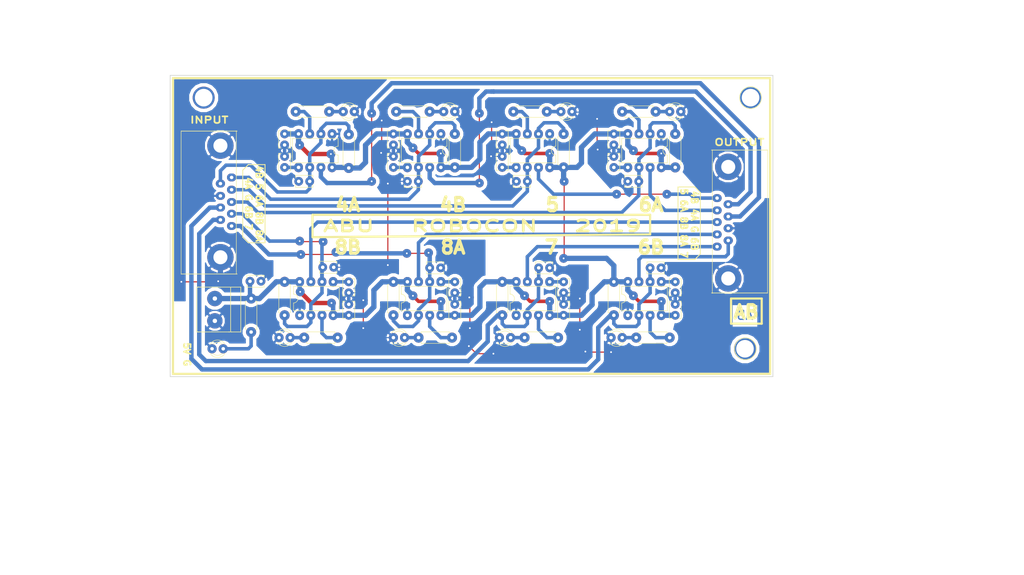
<source format=kicad_pcb>
(kicad_pcb (version 20171130) (host pcbnew "(5.0.2)-1")
  (layers (0 F.Cu signal) (31 B.Cu signal) (34 B.Paste user) (35 F.Paste user) (36 B.SilkS user) (37 F.SilkS user) (38 B.Mask user) (39 F.Mask user) (44 Edge.Cuts user))
  (net 0 "")
  (net 1 GND)
  (net 2 "Net-(D1-Pad2)")
  (net 3 "Net-(D2-Pad2)")
  (net 4 +5V)
  (net 5 /IN_1)
  (net 6 /IN_2)
  (net 7 "Net-(C3-Pad1)")
  (net 8 "Net-(C4-Pad1)")
  (net 9 /OUT_2)
  (net 10 /OUT_1)
  (net 11 /LED_2)
  (net 12 /LED_1)
  (net 13 "Net-(C6-Pad1)")
  (net 14 "Net-(C7-Pad1)")
  (net 15 /IN_4)
  (net 16 /IN_3)
  (net 17 "Net-(C10-Pad1)")
  (net 18 "Net-(C11-Pad1)")
  (net 19 /IN_6)
  (net 20 /IN_5)
  (net 21 "Net-(C14-Pad1)")
  (net 22 "Net-(C15-Pad1)")
  (net 23 /IN_8)
  (net 24 /IN_7)
  (net 25 "Net-(D3-Pad2)")
  (net 26 "Net-(D4-Pad2)")
  (net 27 "Net-(D5-Pad2)")
  (net 28 "Net-(D6-Pad2)")
  (net 29 "Net-(D7-Pad2)")
  (net 30 "Net-(D8-Pad2)")
  (net 31 "Net-(D9-Pad2)")
  (net 32 /LED_8)
  (net 33 /LED_6)
  (net 34 /LED_7)
  (net 35 /LED_4)
  (net 36 /LED_5)
  (net 37 /LED_3)
  (net 38 /OUT_3)
  (net 39 /OUT_4)
  (net 40 /OUT_5)
  (net 41 /OUT_6)
  (net 42 /OUT_7)
  (net 43 /OUT_8)
  (module Connectors:Banana_Jack_1Pin (layer F.Cu) (at 191.77 100.33)
    (fp_text reference J5 hide)
    (fp_text value Conn_01x01)
    (pad 1 thru_hole circle (at 0 0) (size 5 5) (drill 4) (layers *.Cu *.Mask))
  )
  (module Connectors:Banana_Jack_1Pin (layer F.Cu) (at 193.04 43.18)
    (fp_text reference J6 hide)
    (fp_text value Conn_01x01)
    (pad 1 thru_hole circle (at 0 0) (size 5 5) (drill 4) (layers *.Cu *.Mask))
  )
  (module Housings_DIP:DIP-8_W7.62mm (layer F.Cu) (at 97.79 51.435 270)
    (fp_text reference U2 hide)
    (fp_text value LM555)
    (pad 8 thru_hole oval (at 7.62 0 270) (size 2.2 2) (drill 0.8) (layers *.Cu *.Mask) (net 4 +5V))
    (pad 4 thru_hole oval (at 0 7.62 270) (size 2.2 2) (drill 0.8) (layers *.Cu *.Mask) (net 4 +5V))
    (pad 7 thru_hole oval (at 7.62 2.54 270) (size 2.2 2) (drill 0.8) (layers *.Cu *.Mask) (net 9 /OUT_2))
    (pad 3 thru_hole oval (at 0 5.08 270) (size 2.2 2) (drill 0.8) (layers *.Cu *.Mask) (net 11 /LED_2))
    (pad 6 thru_hole oval (at 7.62 5.08 270) (size 2.2 2) (drill 0.8) (layers *.Cu *.Mask) (net 6 /IN_2))
    (pad 2 thru_hole oval (at 0 2.54 270) (size 2.2 2) (drill 0.8) (layers *.Cu *.Mask) (net 6 /IN_2))
    (pad 5 thru_hole oval (at 7.62 7.62 270) (size 2.2 2) (drill 0.8) (layers *.Cu *.Mask) (net 8 "Net-(C4-Pad1)"))
    (pad 1 thru_hole oval (at 0 0 270) (size 2.2 2) (drill 0.8) (layers *.Cu *.Mask) (net 1 GND))
  )
  (module Housings_DIP:DIP-8_W7.62mm (layer F.Cu) (at 90.424 92.71 90)
    (fp_text reference U1 hide)
    (fp_text value LM555)
    (pad 1 thru_hole oval (at 0 0 90) (size 2.2 2) (drill 0.8) (layers *.Cu *.Mask) (net 1 GND))
    (pad 5 thru_hole oval (at 7.62 7.62 90) (size 2.2 2) (drill 0.8) (layers *.Cu *.Mask) (net 7 "Net-(C3-Pad1)"))
    (pad 2 thru_hole oval (at 0 2.54 90) (size 2.2 2) (drill 0.8) (layers *.Cu *.Mask) (net 5 /IN_1))
    (pad 6 thru_hole oval (at 7.62 5.08 90) (size 2.2 2) (drill 0.8) (layers *.Cu *.Mask) (net 5 /IN_1))
    (pad 3 thru_hole oval (at 0 5.08 90) (size 2.2 2) (drill 0.8) (layers *.Cu *.Mask) (net 12 /LED_1))
    (pad 7 thru_hole oval (at 7.62 2.54 90) (size 2.2 2) (drill 0.8) (layers *.Cu *.Mask) (net 10 /OUT_1))
    (pad 4 thru_hole oval (at 0 7.62 90) (size 2.2 2) (drill 0.8) (layers *.Cu *.Mask) (net 4 +5V))
    (pad 8 thru_hole oval (at 7.62 0 90) (size 2.2 2) (drill 0.8) (layers *.Cu *.Mask) (net 4 +5V))
  )
  (module Connectors:Banana_Jack_1Pin (layer F.Cu) (at 68.58 43.18)
    (fp_text reference J2 hide)
    (fp_text value Conn_01x01)
    (pad 1 thru_hole circle (at 0 0) (size 5 5) (drill 4) (layers *.Cu *.Mask))
  )
  (module modFiles:Resistor_small (layer F.Cu) (at 97.155 46.355 180)
    (fp_text reference R1 hide)
    (fp_text value R)
    (pad 2 thru_hole circle (at 7.62 0 180) (size 2.3 2.3) (drill 0.8) (layers *.Cu *.Mask) (net 11 /LED_2))
    (pad 1 thru_hole circle (at 0 0 180) (size 2.3 2.3) (drill 0.8) (layers *.Cu *.Mask) (net 2 "Net-(D1-Pad2)"))
  )
  (module modFiles:Resistor_small (layer F.Cu) (at 91.44 97.79)
    (fp_text reference R2 hide)
    (fp_text value R)
    (pad 1 thru_hole circle (at 0 0) (size 2.3 2.3) (drill 0.8) (layers *.Cu *.Mask) (net 3 "Net-(D2-Pad2)"))
    (pad 2 thru_hole circle (at 7.62 0) (size 2.3 2.3) (drill 0.8) (layers *.Cu *.Mask) (net 12 /LED_1))
  )
  (module modFiles:Resistor_small (layer F.Cu) (at 101.6 51.562 270)
    (fp_text reference R3 hide)
    (fp_text value R)
    (pad 2 thru_hole circle (at 7.62 0 270) (size 2.3 2.3) (drill 0.8) (layers *.Cu *.Mask) (net 4 +5V))
    (pad 1 thru_hole circle (at 0 0 270) (size 2.3 2.3) (drill 0.8) (layers *.Cu *.Mask) (net 6 /IN_2))
  )
  (module modFiles:Resistor_small (layer F.Cu) (at 86.995 85.09 270)
    (fp_text reference R4 hide)
    (fp_text value R)
    (pad 1 thru_hole circle (at 0 0 270) (size 2.3 2.3) (drill 0.8) (layers *.Cu *.Mask) (net 4 +5V))
    (pad 2 thru_hole circle (at 7.62 0 270) (size 2.3 2.3) (drill 0.8) (layers *.Cu *.Mask) (net 5 /IN_1))
  )
  (module modFiles:Capacitor_Disc_Small (layer F.Cu) (at 98.171 81.788 180)
    (fp_text reference C1 hide)
    (fp_text value C)
    (pad 2 thru_hole circle (at 2.5 0 180) (size 2 2) (drill 0.8) (layers *.Cu *.Mask) (net 5 /IN_1))
    (pad 1 thru_hole circle (at 0 0 180) (size 2 2) (drill 0.8) (layers *.Cu *.Mask) (net 1 GND))
  )
  (module modFiles:Capacitor_Disc_Small (layer F.Cu) (at 92.71 62.23 180)
    (fp_text reference C2 hide)
    (fp_text value C)
    (pad 1 thru_hole circle (at 0 0 180) (size 2 2) (drill 0.8) (layers *.Cu *.Mask) (net 6 /IN_2))
    (pad 2 thru_hole circle (at 2.5 0 180) (size 2 2) (drill 0.8) (layers *.Cu *.Mask) (net 1 GND))
  )
  (module modFiles:Capacitor_Disc_Small (layer F.Cu) (at 101.6 85.09 270)
    (fp_text reference C3 hide)
    (fp_text value C)
    (pad 1 thru_hole circle (at 0 0 270) (size 2 2) (drill 0.8) (layers *.Cu *.Mask) (net 7 "Net-(C3-Pad1)"))
    (pad 2 thru_hole circle (at 2.5 0 270) (size 2 2) (drill 0.8) (layers *.Cu *.Mask) (net 1 GND))
  )
  (module modFiles:Capacitor_Disc_Small (layer F.Cu) (at 86.995 59.055 90)
    (fp_text reference C4 hide)
    (fp_text value C)
    (pad 2 thru_hole circle (at 2.5 0 90) (size 2 2) (drill 0.8) (layers *.Cu *.Mask) (net 1 GND))
    (pad 1 thru_hole circle (at 0 0 90) (size 2 2) (drill 0.8) (layers *.Cu *.Mask) (net 8 "Net-(C4-Pad1)"))
  )
  (module modFiles:Capacitor_Disc_Small (layer F.Cu) (at 111.76 51.435 270)
    (fp_text reference C5 hide)
    (fp_text value C)
    (pad 1 thru_hole circle (at 0 0 270) (size 2 2) (drill 0.8) (layers *.Cu *.Mask) (net 4 +5V))
    (pad 2 thru_hole circle (at 2.5 0 270) (size 2 2) (drill 0.8) (layers *.Cu *.Mask) (net 1 GND))
  )
  (module modFiles:Capacitor_Disc_Small (layer F.Cu) (at 161.925 59.055 90)
    (fp_text reference C6 hide)
    (fp_text value C)
    (pad 2 thru_hole circle (at 2.5 0 90) (size 2 2) (drill 0.8) (layers *.Cu *.Mask) (net 1 GND))
    (pad 1 thru_hole circle (at 0 0 90) (size 2 2) (drill 0.8) (layers *.Cu *.Mask) (net 13 "Net-(C6-Pad1)"))
  )
  (module modFiles:Capacitor_Disc_Small (layer F.Cu) (at 175.895 85.09 270)
    (fp_text reference C7 hide)
    (fp_text value C)
    (pad 1 thru_hole circle (at 0 0 270) (size 2 2) (drill 0.8) (layers *.Cu *.Mask) (net 14 "Net-(C7-Pad1)"))
    (pad 2 thru_hole circle (at 2.5 0 270) (size 2 2) (drill 0.8) (layers *.Cu *.Mask) (net 1 GND))
  )
  (module modFiles:Capacitor_Disc_Small (layer F.Cu) (at 170.18 81.915)
    (fp_text reference C8 hide)
    (fp_text value C)
    (pad 1 thru_hole circle (at 0 0) (size 2 2) (drill 0.8) (layers *.Cu *.Mask) (net 15 /IN_4))
    (pad 2 thru_hole circle (at 2.5 0) (size 2 2) (drill 0.8) (layers *.Cu *.Mask) (net 1 GND))
  )
  (module modFiles:Capacitor_Disc_Small (layer F.Cu) (at 165.1 62.23)
    (fp_text reference C9 hide)
    (fp_text value C)
    (pad 2 thru_hole circle (at 2.5 0) (size 2 2) (drill 0.8) (layers *.Cu *.Mask) (net 16 /IN_3))
    (pad 1 thru_hole circle (at 0 0) (size 2 2) (drill 0.8) (layers *.Cu *.Mask) (net 1 GND))
  )
  (module modFiles:Capacitor_Disc_Small (layer F.Cu) (at 111.76 59.055 90)
    (fp_text reference C10 hide)
    (fp_text value C)
    (pad 2 thru_hole circle (at 2.5 0 90) (size 2 2) (drill 0.8) (layers *.Cu *.Mask) (net 1 GND))
    (pad 1 thru_hole circle (at 0 0 90) (size 2 2) (drill 0.8) (layers *.Cu *.Mask) (net 17 "Net-(C10-Pad1)"))
  )
  (module modFiles:Capacitor_Disc_Small (layer F.Cu) (at 136.525 59.055 90)
    (fp_text reference C11 hide)
    (fp_text value C)
    (pad 1 thru_hole circle (at 0 0 90) (size 2 2) (drill 0.8) (layers *.Cu *.Mask) (net 18 "Net-(C11-Pad1)"))
    (pad 2 thru_hole circle (at 2.5 0 90) (size 2 2) (drill 0.8) (layers *.Cu *.Mask) (net 1 GND))
  )
  (module modFiles:Capacitor_Disc_Small (layer F.Cu) (at 142.24 62.23 180)
    (fp_text reference C12 hide)
    (fp_text value C)
    (pad 1 thru_hole circle (at 0 0 180) (size 2 2) (drill 0.8) (layers *.Cu *.Mask) (net 19 /IN_6))
    (pad 2 thru_hole circle (at 2.5 0 180) (size 2 2) (drill 0.8) (layers *.Cu *.Mask) (net 1 GND))
  )
  (module modFiles:Capacitor_Disc_Small (layer F.Cu) (at 114.935 62.23)
    (fp_text reference C13 hide)
    (fp_text value C)
    (pad 2 thru_hole circle (at 2.5 0) (size 2 2) (drill 0.8) (layers *.Cu *.Mask) (net 20 /IN_5))
    (pad 1 thru_hole circle (at 0 0) (size 2 2) (drill 0.8) (layers *.Cu *.Mask) (net 1 GND))
  )
  (module modFiles:Capacitor_Disc_Small (layer F.Cu) (at 150.495 85.09 270)
    (fp_text reference C14 hide)
    (fp_text value C)
    (pad 1 thru_hole circle (at 0 0 270) (size 2 2) (drill 0.8) (layers *.Cu *.Mask) (net 21 "Net-(C14-Pad1)"))
    (pad 2 thru_hole circle (at 2.5 0 270) (size 2 2) (drill 0.8) (layers *.Cu *.Mask) (net 1 GND))
  )
  (module modFiles:Capacitor_Disc_Small (layer F.Cu) (at 125.73 85.09 270)
    (fp_text reference C15 hide)
    (fp_text value C)
    (pad 2 thru_hole circle (at 2.5 0 270) (size 2 2) (drill 0.8) (layers *.Cu *.Mask) (net 1 GND))
    (pad 1 thru_hole circle (at 0 0 270) (size 2 2) (drill 0.8) (layers *.Cu *.Mask) (net 22 "Net-(C15-Pad1)"))
  )
  (module modFiles:Capacitor_Disc_Small (layer F.Cu) (at 120.015 81.915)
    (fp_text reference C16 hide)
    (fp_text value C)
    (pad 1 thru_hole circle (at 0 0) (size 2 2) (drill 0.8) (layers *.Cu *.Mask) (net 23 /IN_8))
    (pad 2 thru_hole circle (at 2.5 0) (size 2 2) (drill 0.8) (layers *.Cu *.Mask) (net 1 GND))
  )
  (module modFiles:Capacitor_Disc_Small (layer F.Cu) (at 147.32 81.915 180)
    (fp_text reference C17 hide)
    (fp_text value C)
    (pad 2 thru_hole circle (at 2.5 0 180) (size 2 2) (drill 0.8) (layers *.Cu *.Mask) (net 24 /IN_7))
    (pad 1 thru_hole circle (at 0 0 180) (size 2 2) (drill 0.8) (layers *.Cu *.Mask) (net 1 GND))
  )
  (module modFiles:LED_D3.0mm (layer F.Cu) (at 102.87 46.355 180)
    (fp_text reference D1 hide)
    (fp_text value LED)
    (pad 2 thru_hole circle (at 2.54 0 180) (size 2.1 2.1) (drill 0.8) (layers *.Cu *.Mask) (net 2 "Net-(D1-Pad2)"))
    (pad 1 thru_hole circle (at 0 0 180) (size 2.1 2.1) (drill 0.8) (layers *.Cu *.Mask) (net 1 GND))
  )
  (module modFiles:LED_D3.0mm (layer F.Cu) (at 85.725 97.79)
    (fp_text reference D2 hide)
    (fp_text value LED)
    (pad 1 thru_hole circle (at 0 0) (size 2.1 2.1) (drill 0.8) (layers *.Cu *.Mask) (net 1 GND))
    (pad 2 thru_hole circle (at 2.54 0) (size 2.1 2.1) (drill 0.8) (layers *.Cu *.Mask) (net 3 "Net-(D2-Pad2)"))
  )
  (module modFiles:LED_D3.0mm (layer F.Cu) (at 111.76 97.79)
    (fp_text reference D3 hide)
    (fp_text value LED)
    (pad 1 thru_hole circle (at 0 0) (size 2.1 2.1) (drill 0.8) (layers *.Cu *.Mask) (net 1 GND))
    (pad 2 thru_hole circle (at 2.54 0) (size 2.1 2.1) (drill 0.8) (layers *.Cu *.Mask) (net 25 "Net-(D3-Pad2)"))
  )
  (module modFiles:LED_D3.0mm (layer F.Cu) (at 152.4 46.355 180)
    (fp_text reference D4 hide)
    (fp_text value LED)
    (pad 2 thru_hole circle (at 2.54 0 180) (size 2.1 2.1) (drill 0.8) (layers *.Cu *.Mask) (net 26 "Net-(D4-Pad2)"))
    (pad 1 thru_hole circle (at 0 0 180) (size 2.1 2.1) (drill 0.8) (layers *.Cu *.Mask) (net 1 GND))
  )
  (module modFiles:LED_D3.0mm (layer F.Cu) (at 135.89 97.79)
    (fp_text reference D5 hide)
    (fp_text value LED)
    (pad 2 thru_hole circle (at 2.54 0) (size 2.1 2.1) (drill 0.8) (layers *.Cu *.Mask) (net 27 "Net-(D5-Pad2)"))
    (pad 1 thru_hole circle (at 0 0) (size 2.1 2.1) (drill 0.8) (layers *.Cu *.Mask) (net 1 GND))
  )
  (module modFiles:LED_D3.0mm (layer F.Cu) (at 161.29 97.79)
    (fp_text reference D6 hide)
    (fp_text value LED)
    (pad 1 thru_hole circle (at 0 0) (size 2.1 2.1) (drill 0.8) (layers *.Cu *.Mask) (net 1 GND))
    (pad 2 thru_hole circle (at 2.54 0) (size 2.1 2.1) (drill 0.8) (layers *.Cu *.Mask) (net 28 "Net-(D6-Pad2)"))
  )
  (module modFiles:LED_D3.0mm (layer F.Cu) (at 125.73 46.355 180)
    (fp_text reference D7 hide)
    (fp_text value LED)
    (pad 1 thru_hole circle (at 0 0 180) (size 2.1 2.1) (drill 0.8) (layers *.Cu *.Mask) (net 1 GND))
    (pad 2 thru_hole circle (at 2.54 0 180) (size 2.1 2.1) (drill 0.8) (layers *.Cu *.Mask) (net 29 "Net-(D7-Pad2)"))
  )
  (module modFiles:LED_D3.0mm (layer F.Cu) (at 177.165 46.355 180)
    (fp_text reference D8 hide)
    (fp_text value LED)
    (pad 2 thru_hole circle (at 2.54 0 180) (size 2.1 2.1) (drill 0.8) (layers *.Cu *.Mask) (net 30 "Net-(D8-Pad2)"))
    (pad 1 thru_hole circle (at 0 0 180) (size 2.1 2.1) (drill 0.8) (layers *.Cu *.Mask) (net 1 GND))
  )
  (module modFiles:LED_D3.0mm (layer F.Cu) (at 70.485 100.33)
    (fp_text reference D9 hide)
    (fp_text value LED)
    (pad 1 thru_hole circle (at 0 0) (size 2.1 2.1) (drill 0.8) (layers *.Cu *.Mask) (net 1 GND))
    (pad 2 thru_hole circle (at 2.54 0) (size 2.1 2.1) (drill 0.8) (layers *.Cu *.Mask) (net 31 "Net-(D9-Pad2)"))
  )
  (module modFiles:Connector_Bornier_2 (layer F.Cu) (at 71.12 88.9 270)
    (fp_text reference J1 hide)
    (fp_text value Conn_01x02)
    (pad 1 thru_hole circle (at 0 0 270) (size 3.5 3.5) (drill 1) (layers *.Cu *.Mask) (net 4 +5V))
    (pad 2 thru_hole circle (at 5.08 0 270) (size 3.5 3.5) (drill 1) (layers *.Cu *.Mask) (net 1 GND))
  )
  (module modFiles:Connector_DB_9 (layer F.Cu) (at 74.93 72.39 90)
    (fp_text reference J4 hide)
    (fp_text value DB9_Female_MountingHoles)
    (pad 0 thru_hole circle (at 18.29 -2.54 90) (size 6 6) (drill 3.2) (layers *.Cu *.Mask) (net 1 GND))
    (pad 0 thru_hole circle (at -7.11 -2.54 90) (size 6 6) (drill 3.2) (layers *.Cu *.Mask) (net 1 GND))
    (pad 1 thru_hole oval (at 0 0 90) (size 1.8 2.1) (drill 0.8) (layers *.Cu *.Mask) (net 23 /IN_8))
    (pad 2 thru_hole oval (at 2.79 0 90) (size 1.8 2.1) (drill 0.8) (layers *.Cu *.Mask) (net 5 /IN_1))
    (pad 3 thru_hole oval (at 5.46 0 90) (size 1.8 2.1) (drill 0.8) (layers *.Cu *.Mask) (net 16 /IN_3))
    (pad 4 thru_hole oval (at 8.26 0 90) (size 1.8 2.1) (drill 0.8) (layers *.Cu *.Mask) (net 19 /IN_6))
    (pad 5 thru_hole oval (at 11.05 0 90) (size 1.8 2.1) (drill 0.8) (layers *.Cu *.Mask) (net 20 /IN_5))
    (pad 6 thru_hole oval (at 1.4 -2.54 90) (size 1.8 2.1) (drill 0.8) (layers *.Cu *.Mask) (net 24 /IN_7))
    (pad 7 thru_hole oval (at 4.19 -2.54 90) (size 1.8 2.1) (drill 0.8) (layers *.Cu *.Mask) (net 15 /IN_4))
    (pad 8 thru_hole oval (at 6.86 -2.54 90) (size 1.8 2.1) (drill 0.8) (layers *.Cu *.Mask) (net 1 GND))
    (pad 9 thru_hole oval (at 9.65 -2.54 90) (size 1.8 2.1) (drill 0.8) (layers *.Cu *.Mask) (net 6 /IN_2))
  )
  (module modFiles:Connector_DB_9 (layer F.Cu) (at 185.42 66.04 270)
    (fp_text reference J7 hide)
    (fp_text value DB9_Female_MountingHoles)
    (pad 9 thru_hole oval (at 9.65 -2.54 270) (size 1.8 2.1) (drill 0.8) (layers *.Cu *.Mask) (net 39 /OUT_4))
    (pad 8 thru_hole oval (at 6.86 -2.54 270) (size 1.8 2.1) (drill 0.8) (layers *.Cu *.Mask) (net 1 GND))
    (pad 7 thru_hole oval (at 4.19 -2.54 270) (size 1.8 2.1) (drill 0.8) (layers *.Cu *.Mask) (net 9 /OUT_2))
    (pad 6 thru_hole oval (at 1.4 -2.54 270) (size 1.8 2.1) (drill 0.8) (layers *.Cu *.Mask) (net 40 /OUT_5))
    (pad 5 thru_hole oval (at 11.05 0 270) (size 1.8 2.1) (drill 0.8) (layers *.Cu *.Mask) (net 42 /OUT_7))
    (pad 4 thru_hole oval (at 8.26 0 270) (size 1.8 2.1) (drill 0.8) (layers *.Cu *.Mask) (net 43 /OUT_8))
    (pad 3 thru_hole oval (at 5.46 0 270) (size 1.8 2.1) (drill 0.8) (layers *.Cu *.Mask) (net 10 /OUT_1))
    (pad 2 thru_hole oval (at 2.79 0 270) (size 1.8 2.1) (drill 0.8) (layers *.Cu *.Mask) (net 38 /OUT_3))
    (pad 1 thru_hole oval (at 0 0 270) (size 1.8 2.1) (drill 0.8) (layers *.Cu *.Mask) (net 41 /OUT_6))
    (pad 0 thru_hole circle (at -7.11 -2.54 270) (size 6 6) (drill 3.2) (layers *.Cu *.Mask) (net 1 GND))
    (pad 0 thru_hole circle (at 18.29 -2.54 270) (size 6 6) (drill 3.2) (layers *.Cu *.Mask) (net 1 GND))
  )
  (module modFiles:Resistor_small (layer F.Cu) (at 117.475 97.79)
    (fp_text reference R5 hide)
    (fp_text value R)
    (pad 2 thru_hole circle (at 7.62 0) (size 2.3 2.3) (drill 0.8) (layers *.Cu *.Mask) (net 32 /LED_8))
    (pad 1 thru_hole circle (at 0 0) (size 2.3 2.3) (drill 0.8) (layers *.Cu *.Mask) (net 25 "Net-(D3-Pad2)"))
  )
  (module modFiles:Resistor_small (layer F.Cu) (at 146.685 46.355 180)
    (fp_text reference R6 hide)
    (fp_text value R)
    (pad 2 thru_hole circle (at 7.62 0 180) (size 2.3 2.3) (drill 0.8) (layers *.Cu *.Mask) (net 33 /LED_6))
    (pad 1 thru_hole circle (at 0 0 180) (size 2.3 2.3) (drill 0.8) (layers *.Cu *.Mask) (net 26 "Net-(D4-Pad2)"))
  )
  (module modFiles:Resistor_small (layer F.Cu) (at 141.605 97.79)
    (fp_text reference R7 hide)
    (fp_text value R)
    (pad 1 thru_hole circle (at 0 0) (size 2.3 2.3) (drill 0.8) (layers *.Cu *.Mask) (net 27 "Net-(D5-Pad2)"))
    (pad 2 thru_hole circle (at 7.62 0) (size 2.3 2.3) (drill 0.8) (layers *.Cu *.Mask) (net 34 /LED_7))
  )
  (module modFiles:Resistor_small (layer F.Cu) (at 167.005 97.79)
    (fp_text reference R8 hide)
    (fp_text value R)
    (pad 2 thru_hole circle (at 7.62 0) (size 2.3 2.3) (drill 0.8) (layers *.Cu *.Mask) (net 35 /LED_4))
    (pad 1 thru_hole circle (at 0 0) (size 2.3 2.3) (drill 0.8) (layers *.Cu *.Mask) (net 28 "Net-(D6-Pad2)"))
  )
  (module modFiles:Resistor_small (layer F.Cu) (at 120.015 46.355 180)
    (fp_text reference R9 hide)
    (fp_text value R)
    (pad 1 thru_hole circle (at 0 0 180) (size 2.3 2.3) (drill 0.8) (layers *.Cu *.Mask) (net 29 "Net-(D7-Pad2)"))
    (pad 2 thru_hole circle (at 7.62 0 180) (size 2.3 2.3) (drill 0.8) (layers *.Cu *.Mask) (net 36 /LED_5))
  )
  (module modFiles:Resistor_small (layer F.Cu) (at 171.45 46.355 180)
    (fp_text reference R10 hide)
    (fp_text value R)
    (pad 1 thru_hole circle (at 0 0 180) (size 2.3 2.3) (drill 0.8) (layers *.Cu *.Mask) (net 30 "Net-(D8-Pad2)"))
    (pad 2 thru_hole circle (at 7.62 0 180) (size 2.3 2.3) (drill 0.8) (layers *.Cu *.Mask) (net 37 /LED_3))
  )
  (module modFiles:Resistor_small (layer F.Cu) (at 79.375 96.52 90)
    (fp_text reference R11 hide)
    (fp_text value R)
    (pad 1 thru_hole circle (at 0 0 90) (size 2.3 2.3) (drill 0.8) (layers *.Cu *.Mask) (net 31 "Net-(D9-Pad2)"))
    (pad 2 thru_hole circle (at 7.62 0 90) (size 2.3 2.3) (drill 0.8) (layers *.Cu *.Mask) (net 4 +5V))
  )
  (module modFiles:Resistor_small (layer F.Cu) (at 161.925 92.71 90)
    (fp_text reference R12 hide)
    (fp_text value R)
    (pad 1 thru_hole circle (at 0 0 90) (size 2.3 2.3) (drill 0.8) (layers *.Cu *.Mask) (net 15 /IN_4))
    (pad 2 thru_hole circle (at 7.62 0 90) (size 2.3 2.3) (drill 0.8) (layers *.Cu *.Mask) (net 4 +5V))
  )
  (module modFiles:Resistor_small (layer F.Cu) (at 175.895 59.055 90)
    (fp_text reference R13 hide)
    (fp_text value R)
    (pad 2 thru_hole circle (at 7.62 0 90) (size 2.3 2.3) (drill 0.8) (layers *.Cu *.Mask) (net 16 /IN_3))
    (pad 1 thru_hole circle (at 0 0 90) (size 2.3 2.3) (drill 0.8) (layers *.Cu *.Mask) (net 4 +5V))
  )
  (module modFiles:Resistor_small (layer F.Cu) (at 150.495 51.435 270)
    (fp_text reference R14 hide)
    (fp_text value R)
    (pad 1 thru_hole circle (at 0 0 270) (size 2.3 2.3) (drill 0.8) (layers *.Cu *.Mask) (net 19 /IN_6))
    (pad 2 thru_hole circle (at 7.62 0 270) (size 2.3 2.3) (drill 0.8) (layers *.Cu *.Mask) (net 4 +5V))
  )
  (module modFiles:Resistor_small (layer F.Cu) (at 125.73 59.055 90)
    (fp_text reference R15 hide)
    (fp_text value R)
    (pad 2 thru_hole circle (at 7.62 0 90) (size 2.3 2.3) (drill 0.8) (layers *.Cu *.Mask) (net 20 /IN_5))
    (pad 1 thru_hole circle (at 0 0 90) (size 2.3 2.3) (drill 0.8) (layers *.Cu *.Mask) (net 4 +5V))
  )
  (module modFiles:Resistor_small (layer F.Cu) (at 111.76 92.71 90)
    (fp_text reference R16 hide)
    (fp_text value R)
    (pad 1 thru_hole circle (at 0 0 90) (size 2.3 2.3) (drill 0.8) (layers *.Cu *.Mask) (net 23 /IN_8))
    (pad 2 thru_hole circle (at 7.62 0 90) (size 2.3 2.3) (drill 0.8) (layers *.Cu *.Mask) (net 4 +5V))
  )
  (module modFiles:Resistor_small (layer F.Cu) (at 136.525 85.09 270)
    (fp_text reference R17 hide)
    (fp_text value R)
    (pad 2 thru_hole circle (at 7.62 0 270) (size 2.3 2.3) (drill 0.8) (layers *.Cu *.Mask) (net 24 /IN_7))
    (pad 1 thru_hole circle (at 0 0 270) (size 2.3 2.3) (drill 0.8) (layers *.Cu *.Mask) (net 4 +5V))
  )
  (module Housings_DIP:DIP-8_W7.62mm (layer F.Cu) (at 172.72 51.435 270)
    (fp_text reference U3 hide)
    (fp_text value LM555)
    (pad 1 thru_hole oval (at 0 0 270) (size 2.2 2) (drill 0.8) (layers *.Cu *.Mask) (net 1 GND))
    (pad 5 thru_hole oval (at 7.62 7.62 270) (size 2.2 2) (drill 0.8) (layers *.Cu *.Mask) (net 13 "Net-(C6-Pad1)"))
    (pad 2 thru_hole oval (at 0 2.54 270) (size 2.2 2) (drill 0.8) (layers *.Cu *.Mask) (net 16 /IN_3))
    (pad 6 thru_hole oval (at 7.62 5.08 270) (size 2.2 2) (drill 0.8) (layers *.Cu *.Mask) (net 16 /IN_3))
    (pad 3 thru_hole oval (at 0 5.08 270) (size 2.2 2) (drill 0.8) (layers *.Cu *.Mask) (net 37 /LED_3))
    (pad 7 thru_hole oval (at 7.62 2.54 270) (size 2.2 2) (drill 0.8) (layers *.Cu *.Mask) (net 38 /OUT_3))
    (pad 4 thru_hole oval (at 0 7.62 270) (size 2.2 2) (drill 0.8) (layers *.Cu *.Mask) (net 4 +5V))
    (pad 8 thru_hole oval (at 7.62 0 270) (size 2.2 2) (drill 0.8) (layers *.Cu *.Mask) (net 4 +5V))
  )
  (module Housings_DIP:DIP-8_W7.62mm (layer F.Cu) (at 165.1 92.71 90)
    (fp_text reference U4 hide)
    (fp_text value LM555)
    (pad 8 thru_hole oval (at 7.62 0 90) (size 2.2 2) (drill 0.8) (layers *.Cu *.Mask) (net 4 +5V))
    (pad 4 thru_hole oval (at 0 7.62 90) (size 2.2 2) (drill 0.8) (layers *.Cu *.Mask) (net 4 +5V))
    (pad 7 thru_hole oval (at 7.62 2.54 90) (size 2.2 2) (drill 0.8) (layers *.Cu *.Mask) (net 39 /OUT_4))
    (pad 3 thru_hole oval (at 0 5.08 90) (size 2.2 2) (drill 0.8) (layers *.Cu *.Mask) (net 35 /LED_4))
    (pad 6 thru_hole oval (at 7.62 5.08 90) (size 2.2 2) (drill 0.8) (layers *.Cu *.Mask) (net 15 /IN_4))
    (pad 2 thru_hole oval (at 0 2.54 90) (size 2.2 2) (drill 0.8) (layers *.Cu *.Mask) (net 15 /IN_4))
    (pad 5 thru_hole oval (at 7.62 7.62 90) (size 2.2 2) (drill 0.8) (layers *.Cu *.Mask) (net 14 "Net-(C7-Pad1)"))
    (pad 1 thru_hole oval (at 0 0 90) (size 2.2 2) (drill 0.8) (layers *.Cu *.Mask) (net 1 GND))
  )
  (module Housings_DIP:DIP-8_W7.62mm (layer F.Cu) (at 122.555 51.435 270)
    (fp_text reference U5 hide)
    (fp_text value LM555)
    (pad 1 thru_hole oval (at 0 0 270) (size 2.2 2) (drill 0.8) (layers *.Cu *.Mask) (net 1 GND))
    (pad 5 thru_hole oval (at 7.62 7.62 270) (size 2.2 2) (drill 0.8) (layers *.Cu *.Mask) (net 17 "Net-(C10-Pad1)"))
    (pad 2 thru_hole oval (at 0 2.54 270) (size 2.2 2) (drill 0.8) (layers *.Cu *.Mask) (net 20 /IN_5))
    (pad 6 thru_hole oval (at 7.62 5.08 270) (size 2.2 2) (drill 0.8) (layers *.Cu *.Mask) (net 20 /IN_5))
    (pad 3 thru_hole oval (at 0 5.08 270) (size 2.2 2) (drill 0.8) (layers *.Cu *.Mask) (net 36 /LED_5))
    (pad 7 thru_hole oval (at 7.62 2.54 270) (size 2.2 2) (drill 0.8) (layers *.Cu *.Mask) (net 40 /OUT_5))
    (pad 4 thru_hole oval (at 0 7.62 270) (size 2.2 2) (drill 0.8) (layers *.Cu *.Mask) (net 4 +5V))
    (pad 8 thru_hole oval (at 7.62 0 270) (size 2.2 2) (drill 0.8) (layers *.Cu *.Mask) (net 4 +5V))
  )
  (module Housings_DIP:DIP-8_W7.62mm (layer F.Cu) (at 147.32 51.435 270)
    (fp_text reference U6 hide)
    (fp_text value LM555)
    (pad 8 thru_hole oval (at 7.62 0 270) (size 2.2 2) (drill 0.8) (layers *.Cu *.Mask) (net 4 +5V))
    (pad 4 thru_hole oval (at 0 7.62 270) (size 2.2 2) (drill 0.8) (layers *.Cu *.Mask) (net 4 +5V))
    (pad 7 thru_hole oval (at 7.62 2.54 270) (size 2.2 2) (drill 0.8) (layers *.Cu *.Mask) (net 41 /OUT_6))
    (pad 3 thru_hole oval (at 0 5.08 270) (size 2.2 2) (drill 0.8) (layers *.Cu *.Mask) (net 33 /LED_6))
    (pad 6 thru_hole oval (at 7.62 5.08 270) (size 2.2 2) (drill 0.8) (layers *.Cu *.Mask) (net 19 /IN_6))
    (pad 2 thru_hole oval (at 0 2.54 270) (size 2.2 2) (drill 0.8) (layers *.Cu *.Mask) (net 19 /IN_6))
    (pad 5 thru_hole oval (at 7.62 7.62 270) (size 2.2 2) (drill 0.8) (layers *.Cu *.Mask) (net 18 "Net-(C11-Pad1)"))
    (pad 1 thru_hole oval (at 0 0 270) (size 2.2 2) (drill 0.8) (layers *.Cu *.Mask) (net 1 GND))
  )
  (module Housings_DIP:DIP-8_W7.62mm (layer F.Cu) (at 139.7 92.71 90)
    (fp_text reference U7 hide)
    (fp_text value LM555)
    (pad 8 thru_hole oval (at 7.62 0 90) (size 2.2 2) (drill 0.8) (layers *.Cu *.Mask) (net 4 +5V))
    (pad 4 thru_hole oval (at 0 7.62 90) (size 2.2 2) (drill 0.8) (layers *.Cu *.Mask) (net 4 +5V))
    (pad 7 thru_hole oval (at 7.62 2.54 90) (size 2.2 2) (drill 0.8) (layers *.Cu *.Mask) (net 42 /OUT_7))
    (pad 3 thru_hole oval (at 0 5.08 90) (size 2.2 2) (drill 0.8) (layers *.Cu *.Mask) (net 34 /LED_7))
    (pad 6 thru_hole oval (at 7.62 5.08 90) (size 2.2 2) (drill 0.8) (layers *.Cu *.Mask) (net 24 /IN_7))
    (pad 2 thru_hole oval (at 0 2.54 90) (size 2.2 2) (drill 0.8) (layers *.Cu *.Mask) (net 24 /IN_7))
    (pad 5 thru_hole oval (at 7.62 7.62 90) (size 2.2 2) (drill 0.8) (layers *.Cu *.Mask) (net 21 "Net-(C14-Pad1)"))
    (pad 1 thru_hole oval (at 0 0 90) (size 2.2 2) (drill 0.8) (layers *.Cu *.Mask) (net 1 GND))
  )
  (module Housings_DIP:DIP-8_W7.62mm (layer F.Cu) (at 114.935 92.71 90)
    (fp_text reference U8 hide)
    (fp_text value LM555)
    (pad 1 thru_hole oval (at 0 0 90) (size 2.2 2) (drill 0.8) (layers *.Cu *.Mask) (net 1 GND))
    (pad 5 thru_hole oval (at 7.62 7.62 90) (size 2.2 2) (drill 0.8) (layers *.Cu *.Mask) (net 22 "Net-(C15-Pad1)"))
    (pad 2 thru_hole oval (at 0 2.54 90) (size 2.2 2) (drill 0.8) (layers *.Cu *.Mask) (net 23 /IN_8))
    (pad 6 thru_hole oval (at 7.62 5.08 90) (size 2.2 2) (drill 0.8) (layers *.Cu *.Mask) (net 23 /IN_8))
    (pad 3 thru_hole oval (at 0 5.08 90) (size 2.2 2) (drill 0.8) (layers *.Cu *.Mask) (net 32 /LED_8))
    (pad 7 thru_hole oval (at 7.62 2.54 90) (size 2.2 2) (drill 0.8) (layers *.Cu *.Mask) (net 43 /OUT_8))
    (pad 4 thru_hole oval (at 0 7.62 90) (size 2.2 2) (drill 0.8) (layers *.Cu *.Mask) (net 4 +5V))
    (pad 8 thru_hole oval (at 7.62 0 90) (size 2.2 2) (drill 0.8) (layers *.Cu *.Mask) (net 4 +5V))
  )
  (module modFiles:Capacitor_Disc_Small (layer F.Cu) (at 161.925 51.435 270)
    (fp_text reference C18 hide)
    (fp_text value C)
    (pad 2 thru_hole circle (at 2.5 0 270) (size 2 2) (drill 0.8) (layers *.Cu *.Mask) (net 1 GND))
    (pad 1 thru_hole circle (at 0 0 270) (size 2 2) (drill 0.8) (layers *.Cu *.Mask) (net 4 +5V))
  )
  (module modFiles:Capacitor_Disc_Small (layer F.Cu) (at 136.525 51.435 270)
    (fp_text reference C19 hide)
    (fp_text value C)
    (pad 2 thru_hole circle (at 2.5 0 270) (size 2 2) (drill 0.8) (layers *.Cu *.Mask) (net 1 GND))
    (pad 1 thru_hole circle (at 0 0 270) (size 2 2) (drill 0.8) (layers *.Cu *.Mask) (net 4 +5V))
  )
  (module modFiles:Capacitor_Disc_Small (layer F.Cu) (at 125.73 92.71 90)
    (fp_text reference C20 hide)
    (fp_text value C)
    (pad 1 thru_hole circle (at 0 0 90) (size 2 2) (drill 0.8) (layers *.Cu *.Mask) (net 4 +5V))
    (pad 2 thru_hole circle (at 2.5 0 90) (size 2 2) (drill 0.8) (layers *.Cu *.Mask) (net 1 GND))
  )
  (module modFiles:Capacitor_Disc_Small (layer F.Cu) (at 86.995 51.435 270)
    (fp_text reference C21 hide)
    (fp_text value C)
    (pad 1 thru_hole circle (at 0 0 270) (size 2 2) (drill 0.8) (layers *.Cu *.Mask) (net 4 +5V))
    (pad 2 thru_hole circle (at 2.5 0 270) (size 2 2) (drill 0.8) (layers *.Cu *.Mask) (net 1 GND))
  )
  (module modFiles:Capacitor_Disc_Small (layer F.Cu) (at 79.121 84.963)
    (fp_text reference C22 hide)
    (fp_text value C)
    (pad 2 thru_hole circle (at 2.5 0) (size 2 2) (drill 0.8) (layers *.Cu *.Mask) (net 1 GND))
    (pad 1 thru_hole circle (at 0 0) (size 2 2) (drill 0.8) (layers *.Cu *.Mask) (net 4 +5V))
  )
  (module modFiles:Capacitor_Disc_Small (layer F.Cu) (at 150.495 92.71 90)
    (fp_text reference C23 hide)
    (fp_text value C)
    (pad 2 thru_hole circle (at 2.5 0 90) (size 2 2) (drill 0.8) (layers *.Cu *.Mask) (net 1 GND))
    (pad 1 thru_hole circle (at 0 0 90) (size 2 2) (drill 0.8) (layers *.Cu *.Mask) (net 4 +5V))
  )
  (module modFiles:Capacitor_Disc_Small (layer F.Cu) (at 101.6 92.71 90)
    (fp_text reference C24 hide)
    (fp_text value C)
    (pad 1 thru_hole circle (at 0 0 90) (size 2 2) (drill 0.8) (layers *.Cu *.Mask) (net 4 +5V))
    (pad 2 thru_hole circle (at 2.5 0 90) (size 2 2) (drill 0.8) (layers *.Cu *.Mask) (net 1 GND))
  )
  (module modFiles:Capacitor_Disc_Small (layer F.Cu) (at 175.895 92.71 90)
    (fp_text reference C25 hide)
    (fp_text value C)
    (pad 1 thru_hole circle (at 0 0 90) (size 2 2) (drill 0.8) (layers *.Cu *.Mask) (net 4 +5V))
    (pad 2 thru_hole circle (at 2.5 0 90) (size 2 2) (drill 0.8) (layers *.Cu *.Mask) (net 1 GND))
  )
  (gr_line (start 93.345 69.85) (end 93.345 74.93) (angle 90) (layer F.SilkS) (width 0.5))
  (gr_line (start 170.18 69.85) (end 93.345 69.85) (angle 90) (layer F.SilkS) (width 0.5))
  (gr_line (start 170.18 74.295) (end 170.18 69.85) (angle 90) (layer F.SilkS) (width 0.5))
  (gr_line (start 93.345 74.93) (end 170.18 74.295) (angle 90) (layer F.SilkS) (width 0.5))
  (gr_line (start 61.595 106.045) (end 61.595 38.735) (angle 90) (layer F.SilkS) (width 0.5))
  (gr_line (start 197.485 106.045) (end 61.595 106.045) (angle 90) (layer F.SilkS) (width 0.5))
  (gr_line (start 197.485 38.735) (end 197.485 106.045) (angle 90) (layer F.SilkS) (width 0.5))
  (gr_line (start 61.595 38.735) (end 197.485 38.735) (angle 90) (layer F.SilkS) (width 0.5))
  (gr_line (start 188.595 94.615) (end 188.595 88.9) (angle 90) (layer F.SilkS) (width 0.5))
  (gr_line (start 195.58 94.615) (end 188.595 94.615) (angle 90) (layer F.SilkS) (width 0.5))
  (gr_line (start 195.58 88.9) (end 195.58 94.615) (angle 90) (layer F.SilkS) (width 0.5))
  (gr_line (start 188.595 88.9) (end 195.58 88.9) (angle 90) (layer F.SilkS) (width 0.5))
  (gr_text AB (at 192.024 91.948) (layer F.SilkS) (effects (font (size 3 3) (thickness 0.75))))
  (gr_text OUTPUT (at 190.5 53.34) (layer F.SilkS) (effects (font (size 1.5 2) (thickness 0.375))))
  (gr_text INPUT (at 69.85 48.26) (layer F.SilkS) (effects (font (size 1.5 2) (thickness 0.375))))
  (gr_text "5V G" (at 64.77 101.6 270) (layer F.SilkS) (effects (font (size 1.5 1.5) (thickness 0.375))))
  (gr_line (start 77.47 59.69) (end 78.74 58.42) (angle 90) (layer F.SilkS) (width 0.2))
  (gr_line (start 77.47 74.93) (end 77.47 59.69) (angle 90) (layer F.SilkS) (width 0.2))
  (gr_line (start 78.74 76.2) (end 77.47 74.93) (angle 90) (layer F.SilkS) (width 0.2))
  (gr_line (start 82.55 76.2) (end 78.74 76.2) (angle 90) (layer F.SilkS) (width 0.2))
  (gr_line (start 82.55 58.42) (end 82.55 76.2) (angle 90) (layer F.SilkS) (width 0.2))
  (gr_line (start 78.74 58.42) (end 82.55 58.42) (angle 90) (layer F.SilkS) (width 0.2))
  (gr_line (start 176.53 80.01) (end 176.53 63.5) (angle 90) (layer F.SilkS) (width 0.2))
  (gr_line (start 180.34 80.01) (end 176.53 80.01) (angle 90) (layer F.SilkS) (width 0.2))
  (gr_line (start 181.61 78.74) (end 180.34 80.01) (angle 90) (layer F.SilkS) (width 0.2))
  (gr_line (start 181.61 64.77) (end 181.61 78.74) (angle 90) (layer F.SilkS) (width 0.2))
  (gr_line (start 180.34 63.5) (end 181.61 64.77) (angle 90) (layer F.SilkS) (width 0.2))
  (gr_line (start 176.53 63.5) (end 180.34 63.5) (angle 90) (layer F.SilkS) (width 0.2))
  (gr_text 2019 (at 160.655 72.39) (layer F.SilkS) (effects (font (size 2.5 4) (thickness 0.625))))
  (gr_text ROBOCON (at 130.175 72.39) (layer F.SilkS) (effects (font (size 2.5 4) (thickness 0.625))))
  (gr_text ABU (at 101.6 72.39) (layer F.SilkS) (effects (font (size 2.5 4) (thickness 0.625))))
  (gr_line (start 60.96 106.68) (end 60.96 38.1) (angle 90) (layer Edge.Cuts) (width 0.15))
  (gr_line (start 198.12 106.68) (end 60.96 106.68) (angle 90) (layer Edge.Cuts) (width 0.15))
  (gr_line (start 198.12 38.1) (end 198.12 106.68) (angle 90) (layer Edge.Cuts) (width 0.15))
  (gr_line (start 60.96 38.1) (end 198.12 38.1) (angle 90) (layer Edge.Cuts) (width 0.15))
  (gr_text "4A        4B        5        6A\n\n8B        8A        7        6B" (at 135.89 72.39) (layer F.SilkS) (effects (font (size 3 3) (thickness 0.75))))
  (gr_text "4B 5 6A 8B 8A\n4A G 6B 7" (at 80.01 67.31 270) (layer F.SilkS) (effects (font (size 1.5 1.5) (thickness 0.375))))
  (gr_text "4B 4A G 6B \n5 6A 8B 8A 7" (at 179.07 71.755 270) (layer F.SilkS) (effects (font (size 1.5 1.5) (thickness 0.375))))
  (gr_text AB (at 191.77 92.71) (layer B.Cu) (effects (font (size 2 2) (thickness 0.3)) (justify mirror)))
  (segment (start 161.925 53.935) (end 161.925 56.555) (width 0.8) (layer B.Cu) (net 1))
  (segment (start 136.525 56.555) (end 136.525 53.935) (width 0.8) (layer B.Cu) (net 1))
  (segment (start 111.76 53.935) (end 111.76 56.555) (width 0.8) (layer B.Cu) (net 1))
  (segment (start 86.995 53.935) (end 86.995 56.555) (width 0.8) (layer B.Cu) (net 1))
  (segment (start 175.895 87.59) (end 175.895 90.21) (width 0.8) (layer B.Cu) (net 1))
  (segment (start 150.495 87.59) (end 150.495 90.21) (width 0.8) (layer B.Cu) (net 1))
  (segment (start 101.6 87.59) (end 101.6 90.21) (width 0.8) (layer B.Cu) (net 1))
  (segment (start 125.73 87.59) (end 125.73 90.21) (width 0.8) (layer B.Cu) (net 1))
  (segment (start 161.925 56.555) (end 159.806 56.555) (width 0.25) (layer B.Cu) (net 1))
  (segment (start 152.527 46.482) (end 152.4 46.355) (width 0.25) (layer B.Cu) (net 1))
  (segment (start 156.591 46.482) (end 152.527 46.482) (width 0.25) (layer B.Cu) (net 1))
  (segment (start 158.115 48.006) (end 156.591 46.482) (width 0.25) (layer B.Cu) (net 1))
  (via (at 158.115 48.006) (size 2) (drill 0.4) (layers F.Cu B.Cu) (net 1))
  (segment (start 158.115 54.864) (end 158.115 48.006) (width 0.25) (layer F.Cu) (net 1))
  (segment (start 158.242 54.991) (end 158.115 54.864) (width 0.25) (layer F.Cu) (net 1))
  (via (at 158.242 54.991) (size 2) (drill 0.4) (layers F.Cu B.Cu) (net 1))
  (segment (start 159.806 56.555) (end 158.242 54.991) (width 0.25) (layer B.Cu) (net 1))
  (segment (start 111.76 56.555) (end 109.768 56.555) (width 0.25) (layer B.Cu) (net 1))
  (segment (start 105.537 49.022) (end 102.87 46.355) (width 0.25) (layer B.Cu) (net 1))
  (segment (start 108.458 49.022) (end 105.537 49.022) (width 0.25) (layer B.Cu) (net 1))
  (segment (start 109.093 48.387) (end 108.458 49.022) (width 0.25) (layer B.Cu) (net 1))
  (via (at 109.093 48.387) (size 2) (drill 0.4) (layers F.Cu B.Cu) (net 1))
  (segment (start 109.093 55.626) (end 109.093 48.387) (width 0.25) (layer F.Cu) (net 1))
  (segment (start 108.966 55.753) (end 109.093 55.626) (width 0.25) (layer F.Cu) (net 1))
  (via (at 108.966 55.753) (size 2) (drill 0.4) (layers F.Cu B.Cu) (net 1))
  (segment (start 109.768 56.555) (end 108.966 55.753) (width 0.25) (layer B.Cu) (net 1))
  (segment (start 136.525 56.555) (end 134.025 56.555) (width 0.25) (layer B.Cu) (net 1))
  (segment (start 128.27 48.895) (end 125.73 46.355) (width 0.25) (layer B.Cu) (net 1))
  (segment (start 133.985 48.895) (end 128.27 48.895) (width 0.25) (layer B.Cu) (net 1))
  (segment (start 134.112 48.768) (end 133.985 48.895) (width 0.25) (layer B.Cu) (net 1))
  (via (at 134.112 48.768) (size 2) (drill 0.4) (layers F.Cu B.Cu) (net 1))
  (segment (start 134.112 56.388) (end 134.112 48.768) (width 0.25) (layer F.Cu) (net 1))
  (segment (start 133.985 56.515) (end 134.112 56.388) (width 0.25) (layer F.Cu) (net 1))
  (via (at 133.985 56.515) (size 2) (drill 0.4) (layers F.Cu B.Cu) (net 1))
  (segment (start 134.025 56.555) (end 133.985 56.515) (width 0.25) (layer B.Cu) (net 1))
  (segment (start 150.495 87.59) (end 152.868 87.59) (width 0.25) (layer B.Cu) (net 1))
  (segment (start 135.89 100.457) (end 135.89 97.79) (width 0.25) (layer B.Cu) (net 1))
  (segment (start 137.033 101.6) (end 135.89 100.457) (width 0.25) (layer B.Cu) (net 1))
  (segment (start 152.019 101.6) (end 137.033 101.6) (width 0.25) (layer B.Cu) (net 1))
  (segment (start 154.178 96.012) (end 152.908 97.282) (width 0.25) (layer B.Cu) (net 1))
  (segment (start 152.908 97.282) (end 152.908 100.711) (width 0.25) (layer B.Cu) (net 1))
  (segment (start 152.908 100.711) (end 152.019 101.6) (width 0.25) (layer B.Cu) (net 1))
  (via (at 154.178 96.012) (size 2) (drill 0.4) (layers F.Cu B.Cu) (net 1))
  (segment (start 154.178 88.9) (end 154.178 96.012) (width 0.25) (layer F.Cu) (net 1))
  (via (at 154.178 88.9) (size 2) (drill 0.4) (layers F.Cu B.Cu) (net 1))
  (segment (start 152.868 87.59) (end 154.178 88.9) (width 0.25) (layer B.Cu) (net 1))
  (segment (start 125.73 87.59) (end 127.976 87.59) (width 0.25) (layer B.Cu) (net 1))
  (segment (start 127.976 87.59) (end 129.032 88.646) (width 0.25) (layer B.Cu) (net 1))
  (via (at 129.032 88.646) (size 2) (drill 0.4) (layers F.Cu B.Cu) (net 1))
  (segment (start 129.032 88.646) (end 129.159 88.773) (width 0.25) (layer F.Cu) (net 1))
  (segment (start 129.159 88.773) (end 129.159 95.631) (width 0.25) (layer F.Cu) (net 1))
  (via (at 129.159 95.631) (size 2) (drill 0.4) (layers F.Cu B.Cu) (net 1))
  (segment (start 129.159 95.631) (end 128.905 95.885) (width 0.25) (layer B.Cu) (net 1))
  (segment (start 128.905 95.885) (end 128.905 97.2058) (width 0.25) (layer B.Cu) (net 1))
  (segment (start 128.905 97.2058) (end 125.2728 100.838) (width 0.25) (layer B.Cu) (net 1))
  (segment (start 125.2728 100.838) (end 113.411 100.838) (width 0.25) (layer B.Cu) (net 1))
  (segment (start 113.411 100.838) (end 111.76 99.187) (width 0.25) (layer B.Cu) (net 1))
  (segment (start 111.76 99.187) (end 111.76 97.79) (width 0.25) (layer B.Cu) (net 1))
  (segment (start 101.6 87.59) (end 103.211 87.59) (width 0.25) (layer B.Cu) (net 1))
  (segment (start 107.061 97.79) (end 111.76 97.79) (width 0.25) (layer B.Cu) (net 1))
  (segment (start 104.902 95.631) (end 107.061 97.79) (width 0.25) (layer B.Cu) (net 1))
  (via (at 104.902 95.631) (size 2) (drill 0.4) (layers F.Cu B.Cu) (net 1))
  (segment (start 104.902 89.281) (end 104.902 95.631) (width 0.25) (layer F.Cu) (net 1))
  (via (at 104.902 89.281) (size 2) (drill 0.4) (layers F.Cu B.Cu) (net 1))
  (segment (start 103.211 87.59) (end 104.902 89.281) (width 0.25) (layer B.Cu) (net 1))
  (segment (start 72.39 79.5) (end 72.39 84.455) (width 1.2) (layer B.Cu) (net 1))
  (segment (start 67.693 65.53) (end 72.39 65.53) (width 0.25) (layer B.Cu) (net 1))
  (segment (start 63.119 70.104) (end 67.693 65.53) (width 0.25) (layer B.Cu) (net 1))
  (segment (start 63.627 84.201) (end 63.119 70.104) (width 0.25) (layer B.Cu) (net 1))
  (segment (start 63.5 85.09) (end 63.627 84.201) (width 0.25) (layer B.Cu) (net 1))
  (via (at 63.5 85.09) (size 2) (drill 0.4) (layers F.Cu B.Cu) (net 1))
  (segment (start 71.755 85.09) (end 63.5 85.09) (width 0.25) (layer F.Cu) (net 1))
  (segment (start 71.882 84.963) (end 71.755 85.09) (width 0.25) (layer F.Cu) (net 1))
  (via (at 71.882 84.963) (size 2) (drill 0.4) (layers F.Cu B.Cu) (net 1))
  (segment (start 72.39 84.455) (end 71.882 84.963) (width 1.2) (layer B.Cu) (net 1))
  (segment (start 154.178 96.012) (end 154.178 99.695) (width 0.25) (layer B.Cu) (net 1))
  (segment (start 161.29 101.092) (end 161.29 97.79) (width 0.25) (layer B.Cu) (net 1))
  (via (at 161.29 101.092) (size 2) (drill 0.4) (layers F.Cu B.Cu) (net 1))
  (segment (start 155.575 101.092) (end 161.29 101.092) (width 0.25) (layer F.Cu) (net 1))
  (segment (start 155.448 100.965) (end 155.575 101.092) (width 0.25) (layer F.Cu) (net 1))
  (via (at 155.448 100.965) (size 2) (drill 0.4) (layers F.Cu B.Cu) (net 1))
  (segment (start 154.178 99.695) (end 155.448 100.965) (width 0.25) (layer B.Cu) (net 1))
  (segment (start 98.171 81.788) (end 109.982 81.788) (width 0.25) (layer B.Cu) (net 1))
  (segment (start 110.998 62.23) (end 114.935 62.23) (width 0.25) (layer B.Cu) (net 1))
  (segment (start 110.49 62.738) (end 110.998 62.23) (width 0.25) (layer B.Cu) (net 1))
  (via (at 110.49 62.738) (size 2) (drill 0.4) (layers F.Cu B.Cu) (net 1))
  (segment (start 110.49 81.28) (end 110.49 62.738) (width 0.25) (layer F.Cu) (net 1))
  (via (at 110.49 81.28) (size 2) (drill 0.4) (layers F.Cu B.Cu) (net 1))
  (segment (start 109.982 81.788) (end 110.49 81.28) (width 0.25) (layer B.Cu) (net 1))
  (segment (start 129.159 95.631) (end 129.159 99.4918) (width 0.25) (layer B.Cu) (net 1))
  (segment (start 134.6708 101.6) (end 137.033 101.6) (width 0.25) (layer B.Cu) (net 1))
  (segment (start 134.5184 101.4476) (end 134.6708 101.6) (width 0.25) (layer B.Cu) (net 1))
  (via (at 134.5184 101.4476) (size 2) (drill 0.4) (layers F.Cu B.Cu) (net 1))
  (segment (start 130.6576 101.4476) (end 134.5184 101.4476) (width 0.25) (layer F.Cu) (net 1))
  (segment (start 128.9304 99.7204) (end 130.6576 101.4476) (width 0.25) (layer F.Cu) (net 1))
  (via (at 128.9304 99.7204) (size 2) (drill 0.4) (layers F.Cu B.Cu) (net 1))
  (segment (start 129.159 99.4918) (end 128.9304 99.7204) (width 0.25) (layer B.Cu) (net 1))
  (segment (start 97.155 46.355) (end 100.33 46.355) (width 0.8) (layer B.Cu) (net 2))
  (segment (start 88.265 97.79) (end 91.44 97.79) (width 0.8) (layer B.Cu) (net 3))
  (segment (start 101.6 59.182) (end 97.79 59.182) (width 0.8) (layer B.Cu) (net 4))
  (segment (start 90.17 51.562) (end 90.17 53.721) (width 1) (layer B.Cu) (net 4))
  (segment (start 97.79 56.261) (end 97.79 59.182) (width 1) (layer B.Cu) (net 4))
  (segment (start 97.536 56.007) (end 97.79 56.261) (width 1) (layer B.Cu) (net 4))
  (via (at 97.536 56.007) (size 2) (drill 0.4) (layers F.Cu B.Cu) (net 4))
  (segment (start 92.456 56.007) (end 97.536 56.007) (width 1) (layer F.Cu) (net 4))
  (segment (start 90.424 53.975) (end 92.456 56.007) (width 1) (layer F.Cu) (net 4))
  (via (at 90.424 53.975) (size 2) (drill 0.4) (layers F.Cu B.Cu) (net 4))
  (segment (start 90.17 53.721) (end 90.424 53.975) (width 1) (layer B.Cu) (net 4))
  (segment (start 90.424 85.09) (end 90.424 87.249) (width 1) (layer B.Cu) (net 4))
  (segment (start 98.044 90.297) (end 98.044 92.71) (width 1) (layer B.Cu) (net 4))
  (segment (start 97.663 89.916) (end 98.044 90.297) (width 1) (layer B.Cu) (net 4))
  (via (at 97.663 89.916) (size 2) (drill 0.4) (layers F.Cu B.Cu) (net 4))
  (segment (start 93.091 89.916) (end 97.663 89.916) (width 1) (layer F.Cu) (net 4))
  (segment (start 90.551 87.376) (end 93.091 89.916) (width 1) (layer F.Cu) (net 4))
  (via (at 90.551 87.376) (size 2) (drill 0.4) (layers F.Cu B.Cu) (net 4))
  (segment (start 90.424 87.249) (end 90.551 87.376) (width 1) (layer B.Cu) (net 4))
  (via (at 122.555 89.535) (size 2) (drill 0.4) (layers F.Cu B.Cu) (net 4))
  (segment (start 117.475 89.535) (end 122.555 89.535) (width 0.8) (layer F.Cu) (net 4))
  (segment (start 116.205 88.265) (end 117.475 89.535) (width 0.8) (layer F.Cu) (net 4))
  (via (at 116.205 88.265) (size 2) (drill 0.4) (layers F.Cu B.Cu) (net 4))
  (segment (start 114.935 86.995) (end 116.205 88.265) (width 0.8) (layer B.Cu) (net 4))
  (segment (start 139.7 86.36) (end 141.605 88.265) (width 0.8) (layer B.Cu) (net 4))
  (via (at 141.605 88.265) (size 2) (drill 0.4) (layers F.Cu B.Cu) (net 4))
  (segment (start 141.605 88.265) (end 142.875 89.535) (width 0.8) (layer F.Cu) (net 4))
  (segment (start 142.875 89.535) (end 147.32 89.535) (width 0.8) (layer F.Cu) (net 4))
  (via (at 147.32 89.535) (size 2) (drill 0.4) (layers F.Cu B.Cu) (net 4))
  (segment (start 165.1 85.09) (end 165.1 86.995) (width 0.8) (layer B.Cu) (net 4))
  (via (at 172.72 89.535) (size 2) (drill 0.4) (layers F.Cu B.Cu) (net 4))
  (segment (start 167.64 89.535) (end 172.72 89.535) (width 0.8) (layer F.Cu) (net 4))
  (segment (start 166.37 88.265) (end 167.64 89.535) (width 0.8) (layer F.Cu) (net 4))
  (via (at 166.37 88.265) (size 2) (drill 0.4) (layers F.Cu B.Cu) (net 4))
  (segment (start 165.1 86.995) (end 166.37 88.265) (width 0.8) (layer B.Cu) (net 4))
  (via (at 122.555 55.88) (size 2) (drill 0.4) (layers F.Cu B.Cu) (net 4))
  (segment (start 117.475 55.88) (end 122.555 55.88) (width 0.8) (layer F.Cu) (net 4))
  (segment (start 116.205 54.61) (end 117.475 55.88) (width 0.8) (layer F.Cu) (net 4))
  (via (at 116.205 54.61) (size 2) (drill 0.4) (layers F.Cu B.Cu) (net 4))
  (segment (start 114.935 53.34) (end 116.205 54.61) (width 0.8) (layer B.Cu) (net 4))
  (segment (start 139.7 53.975) (end 140.97 55.245) (width 0.8) (layer B.Cu) (net 4))
  (via (at 140.97 55.245) (size 2) (drill 0.4) (layers F.Cu B.Cu) (net 4))
  (segment (start 140.97 55.245) (end 141.605 55.88) (width 0.8) (layer F.Cu) (net 4))
  (segment (start 141.605 55.88) (end 147.32 55.88) (width 0.8) (layer F.Cu) (net 4))
  (via (at 147.32 55.88) (size 2) (drill 0.4) (layers F.Cu B.Cu) (net 4))
  (segment (start 165.1 53.975) (end 166.37 55.245) (width 0.8) (layer B.Cu) (net 4))
  (via (at 166.37 55.245) (size 2) (drill 0.4) (layers F.Cu B.Cu) (net 4))
  (segment (start 166.37 55.245) (end 167.005 55.88) (width 0.8) (layer F.Cu) (net 4))
  (segment (start 167.005 55.88) (end 172.72 55.88) (width 0.8) (layer F.Cu) (net 4))
  (via (at 172.72 55.88) (size 2) (drill 0.4) (layers F.Cu B.Cu) (net 4))
  (segment (start 98.044 92.71) (end 101.6 92.71) (width 0.8) (layer B.Cu) (net 4))
  (segment (start 122.555 92.71) (end 125.73 92.71) (width 0.8) (layer B.Cu) (net 4))
  (segment (start 101.6 92.71) (end 105.41 92.71) (width 0.8) (layer B.Cu) (net 4))
  (segment (start 109.22 85.09) (end 111.76 85.09) (width 0.8) (layer B.Cu) (net 4))
  (segment (start 107.315 86.995) (end 109.22 85.09) (width 0.8) (layer B.Cu) (net 4))
  (segment (start 107.315 90.805) (end 107.315 86.995) (width 0.8) (layer B.Cu) (net 4))
  (segment (start 105.41 92.71) (end 107.315 90.805) (width 0.8) (layer B.Cu) (net 4))
  (segment (start 125.73 92.71) (end 129.54 92.71) (width 0.8) (layer B.Cu) (net 4))
  (segment (start 132.715 85.09) (end 136.525 85.09) (width 0.8) (layer B.Cu) (net 4))
  (segment (start 131.445 86.36) (end 132.715 85.09) (width 0.8) (layer B.Cu) (net 4))
  (segment (start 131.445 90.805) (end 131.445 86.36) (width 0.8) (layer B.Cu) (net 4))
  (segment (start 129.54 92.71) (end 131.445 90.805) (width 0.8) (layer B.Cu) (net 4))
  (segment (start 122.555 59.055) (end 125.73 59.055) (width 0.8) (layer B.Cu) (net 4))
  (segment (start 71.12 88.9) (end 79.375 88.9) (width 1.2) (layer B.Cu) (net 4))
  (segment (start 79.375 88.9) (end 81.28 88.9) (width 1.2) (layer B.Cu) (net 4))
  (segment (start 85.09 85.09) (end 90.424 85.09) (width 1.2) (layer B.Cu) (net 4))
  (segment (start 81.28 88.9) (end 85.09 85.09) (width 1.2) (layer B.Cu) (net 4))
  (segment (start 98.044 92.71) (end 105.41 92.71) (width 1.2) (layer B.Cu) (net 4))
  (segment (start 105.41 92.71) (end 107.315 90.805) (width 1.2) (layer B.Cu) (net 4))
  (segment (start 107.315 90.805) (end 107.315 86.995) (width 1.2) (layer B.Cu) (net 4))
  (segment (start 107.315 86.995) (end 109.22 85.09) (width 1.2) (layer B.Cu) (net 4))
  (segment (start 109.22 85.09) (end 111.76 85.09) (width 1.2) (layer B.Cu) (net 4))
  (segment (start 122.555 89.535) (end 122.555 92.71) (width 1.2) (layer B.Cu) (net 4))
  (segment (start 114.935 85.09) (end 114.935 86.995) (width 1.2) (layer B.Cu) (net 4))
  (segment (start 114.935 86.995) (end 116.205 88.265) (width 1.2) (layer B.Cu) (net 4))
  (segment (start 122.555 92.71) (end 129.54 92.71) (width 1.2) (layer B.Cu) (net 4))
  (segment (start 129.54 92.71) (end 131.445 90.805) (width 1.2) (layer B.Cu) (net 4))
  (segment (start 131.445 90.805) (end 131.445 86.36) (width 1.2) (layer B.Cu) (net 4))
  (segment (start 131.445 86.36) (end 132.715 85.09) (width 1.2) (layer B.Cu) (net 4))
  (segment (start 132.715 85.09) (end 136.525 85.09) (width 1.2) (layer B.Cu) (net 4))
  (segment (start 136.525 85.09) (end 139.7 85.09) (width 1.2) (layer B.Cu) (net 4))
  (segment (start 111.76 85.09) (end 114.935 85.09) (width 1.2) (layer B.Cu) (net 4))
  (segment (start 139.7 85.09) (end 139.7 86.36) (width 1.2) (layer B.Cu) (net 4))
  (segment (start 139.7 86.36) (end 141.605 88.265) (width 1.2) (layer B.Cu) (net 4))
  (segment (start 147.32 89.535) (end 147.32 92.71) (width 1.2) (layer B.Cu) (net 4))
  (segment (start 147.32 92.71) (end 150.495 92.71) (width 1.2) (layer B.Cu) (net 4))
  (segment (start 161.925 85.09) (end 165.1 85.09) (width 1.2) (layer B.Cu) (net 4))
  (segment (start 165.1 85.09) (end 165.1 86.995) (width 1.2) (layer B.Cu) (net 4))
  (segment (start 165.1 86.995) (end 166.37 88.265) (width 1.2) (layer B.Cu) (net 4))
  (segment (start 172.72 89.535) (end 172.72 92.71) (width 1.2) (layer B.Cu) (net 4))
  (segment (start 172.72 92.71) (end 175.895 92.71) (width 1.2) (layer B.Cu) (net 4))
  (segment (start 86.995 51.435) (end 90.17 51.435) (width 1.2) (layer B.Cu) (net 4))
  (segment (start 90.17 51.435) (end 90.17 53.721) (width 1.2) (layer B.Cu) (net 4))
  (segment (start 90.17 53.721) (end 90.424 53.975) (width 1.2) (layer B.Cu) (net 4))
  (segment (start 97.79 59.055) (end 101.473 59.055) (width 1.2) (layer B.Cu) (net 4))
  (segment (start 101.473 59.055) (end 101.6 59.182) (width 1.2) (layer B.Cu) (net 4))
  (segment (start 111.76 51.435) (end 114.935 51.435) (width 1.2) (layer B.Cu) (net 4))
  (segment (start 114.935 51.435) (end 114.935 53.34) (width 1.2) (layer B.Cu) (net 4))
  (segment (start 114.935 53.34) (end 116.205 54.61) (width 1.2) (layer B.Cu) (net 4))
  (segment (start 122.555 55.88) (end 122.555 59.055) (width 1.2) (layer B.Cu) (net 4))
  (segment (start 122.555 59.055) (end 125.73 59.055) (width 1.2) (layer B.Cu) (net 4))
  (segment (start 136.525 51.435) (end 139.7 51.435) (width 1.2) (layer B.Cu) (net 4))
  (segment (start 139.7 51.435) (end 139.7 53.975) (width 1.2) (layer B.Cu) (net 4))
  (segment (start 139.7 53.975) (end 140.97 55.245) (width 1.2) (layer B.Cu) (net 4))
  (segment (start 147.32 55.88) (end 147.32 59.055) (width 1.2) (layer B.Cu) (net 4))
  (segment (start 147.32 59.055) (end 150.495 59.055) (width 1.2) (layer B.Cu) (net 4))
  (segment (start 161.925 51.435) (end 165.1 51.435) (width 1.2) (layer B.Cu) (net 4))
  (segment (start 165.1 51.435) (end 165.1 53.975) (width 1.2) (layer B.Cu) (net 4))
  (segment (start 165.1 53.975) (end 166.37 55.245) (width 1.2) (layer B.Cu) (net 4))
  (segment (start 172.72 55.88) (end 172.72 59.055) (width 1.2) (layer B.Cu) (net 4))
  (segment (start 172.72 59.055) (end 175.895 59.055) (width 1.2) (layer B.Cu) (net 4))
  (segment (start 125.73 59.055) (end 129.54 59.055) (width 1.2) (layer B.Cu) (net 4))
  (segment (start 133.35 51.435) (end 136.525 51.435) (width 1.2) (layer B.Cu) (net 4))
  (segment (start 131.445 53.34) (end 133.35 51.435) (width 1.2) (layer B.Cu) (net 4))
  (segment (start 131.445 57.15) (end 131.445 53.34) (width 1.2) (layer B.Cu) (net 4))
  (segment (start 129.54 59.055) (end 131.445 57.15) (width 1.2) (layer B.Cu) (net 4))
  (segment (start 150.495 59.055) (end 153.543 59.055) (width 1.2) (layer B.Cu) (net 4))
  (segment (start 153.543 59.055) (end 154.559 58.039) (width 1.2) (layer B.Cu) (net 4))
  (segment (start 154.559 58.039) (end 154.559 54.483) (width 1.2) (layer B.Cu) (net 4))
  (segment (start 154.559 54.483) (end 157.607 51.435) (width 1.2) (layer B.Cu) (net 4))
  (segment (start 157.607 51.435) (end 161.925 51.435) (width 1.2) (layer B.Cu) (net 4))
  (segment (start 79.121 84.963) (end 79.121 88.646) (width 1) (layer B.Cu) (net 4))
  (segment (start 79.121 88.646) (end 79.375 88.9) (width 1) (layer B.Cu) (net 4))
  (segment (start 101.6 59.182) (end 104.14 59.182) (width 1.2) (layer B.Cu) (net 4))
  (segment (start 107.95 51.435) (end 111.76 51.435) (width 1.2) (layer B.Cu) (net 4))
  (segment (start 105.41 53.975) (end 107.95 51.435) (width 1.2) (layer B.Cu) (net 4))
  (segment (start 105.41 57.912) (end 105.41 53.975) (width 1.2) (layer B.Cu) (net 4))
  (segment (start 104.14 59.182) (end 105.41 57.912) (width 1.2) (layer B.Cu) (net 4))
  (segment (start 161.925 85.09) (end 159.766 85.09) (width 1.2) (layer B.Cu) (net 4))
  (segment (start 154.559 92.71) (end 150.495 92.71) (width 1.2) (layer B.Cu) (net 4))
  (segment (start 156.972 90.297) (end 154.559 92.71) (width 1.2) (layer B.Cu) (net 4))
  (segment (start 156.972 87.884) (end 156.972 90.297) (width 1.2) (layer B.Cu) (net 4))
  (segment (start 159.766 85.09) (end 156.972 87.884) (width 1.2) (layer B.Cu) (net 4))
  (segment (start 161.925 85.09) (end 161.925 81.407) (width 1.2) (layer B.Cu) (net 4))
  (segment (start 150.495 62.103) (end 150.495 59.055) (width 1.2) (layer B.Cu) (net 4))
  (segment (start 150.622 62.23) (end 150.495 62.103) (width 1.2) (layer B.Cu) (net 4))
  (via (at 150.622 62.23) (size 2) (drill 0.4) (layers F.Cu B.Cu) (net 4))
  (segment (start 150.622 79.629) (end 150.622 62.23) (width 0.25) (layer F.Cu) (net 4))
  (segment (start 150.495 79.756) (end 150.622 79.629) (width 0.25) (layer F.Cu) (net 4))
  (via (at 150.495 79.756) (size 2) (drill 0.4) (layers F.Cu B.Cu) (net 4))
  (segment (start 160.274 79.756) (end 150.495 79.756) (width 1.2) (layer B.Cu) (net 4))
  (segment (start 161.925 81.407) (end 160.274 79.756) (width 1.2) (layer B.Cu) (net 4))
  (segment (start 95.504 87.63) (end 95.504 85.09) (width 0.6) (layer B.Cu) (net 5))
  (segment (start 92.964 90.17) (end 95.504 87.63) (width 0.6) (layer B.Cu) (net 5))
  (segment (start 92.964 92.71) (end 92.964 90.17) (width 0.8) (layer B.Cu) (net 5))
  (segment (start 92.964 90.17) (end 95.504 87.63) (width 0.8) (layer B.Cu) (net 5))
  (segment (start 95.504 87.63) (end 95.504 85.09) (width 0.8) (layer B.Cu) (net 5))
  (segment (start 95.544 85.05) (end 95.504 85.09) (width 0.8) (layer B.Cu) (net 5))
  (segment (start 86.995 92.71) (end 86.995 94.615) (width 0.8) (layer B.Cu) (net 5))
  (segment (start 92.964 94.361) (end 92.964 92.71) (width 0.8) (layer B.Cu) (net 5))
  (segment (start 92.075 95.25) (end 92.964 94.361) (width 0.8) (layer B.Cu) (net 5))
  (segment (start 87.63 95.25) (end 92.075 95.25) (width 0.8) (layer B.Cu) (net 5))
  (segment (start 86.995 94.615) (end 87.63 95.25) (width 0.8) (layer B.Cu) (net 5))
  (segment (start 95.504 85.09) (end 95.504 82.296) (width 0.8) (layer B.Cu) (net 5))
  (segment (start 74.93 69.6) (end 77.347 69.6) (width 0.8) (layer B.Cu) (net 5))
  (segment (start 95.504 76.2) (end 95.504 85.09) (width 0.8) (layer B.Cu) (net 5))
  (segment (start 95.758 75.946) (end 95.504 76.2) (width 0.8) (layer B.Cu) (net 5))
  (via (at 95.758 75.946) (size 2) (drill 0.4) (layers F.Cu B.Cu) (net 5))
  (segment (start 90.551 75.946) (end 95.758 75.946) (width 0.25) (layer F.Cu) (net 5))
  (segment (start 90.424 75.819) (end 90.551 75.946) (width 0.25) (layer F.Cu) (net 5))
  (via (at 90.424 75.819) (size 2) (drill 0.4) (layers F.Cu B.Cu) (net 5))
  (segment (start 83.566 75.819) (end 90.424 75.819) (width 0.8) (layer B.Cu) (net 5))
  (segment (start 77.347 69.6) (end 83.566 75.819) (width 0.8) (layer B.Cu) (net 5))
  (segment (start 95.25 51.562) (end 95.25 53.467) (width 0.8) (layer B.Cu) (net 6))
  (segment (start 95.25 53.467) (end 92.71 56.007) (width 0.8) (layer B.Cu) (net 6))
  (segment (start 92.71 56.007) (end 92.71 59.182) (width 0.8) (layer B.Cu) (net 6))
  (segment (start 101.6 51.562) (end 101.6 49.657) (width 0.8) (layer B.Cu) (net 6))
  (segment (start 95.25 50.292) (end 95.25 51.562) (width 0.8) (layer B.Cu) (net 6))
  (segment (start 96.52 49.022) (end 95.25 50.292) (width 0.8) (layer B.Cu) (net 6))
  (segment (start 100.965 49.022) (end 96.52 49.022) (width 0.8) (layer B.Cu) (net 6))
  (segment (start 101.6 49.657) (end 100.965 49.022) (width 0.8) (layer B.Cu) (net 6))
  (segment (start 92.71 59.182) (end 92.71 62.7634) (width 0.8) (layer B.Cu) (net 6))
  (segment (start 72.39 62.74) (end 72.39 59.817) (width 0.8) (layer B.Cu) (net 6))
  (segment (start 92.71 63.881) (end 92.71 62.23) (width 0.8) (layer B.Cu) (net 6))
  (segment (start 91.948 64.643) (end 92.71 63.881) (width 0.8) (layer B.Cu) (net 6))
  (segment (start 85.344 64.643) (end 91.948 64.643) (width 0.8) (layer B.Cu) (net 6))
  (segment (start 79.248 58.547) (end 85.344 64.643) (width 0.8) (layer B.Cu) (net 6))
  (segment (start 73.66 58.547) (end 79.248 58.547) (width 0.8) (layer B.Cu) (net 6))
  (segment (start 72.39 59.817) (end 73.66 58.547) (width 0.8) (layer B.Cu) (net 6))
  (segment (start 98.044 85.09) (end 101.219 85.09) (width 0.8) (layer B.Cu) (net 7))
  (segment (start 86.995 59.055) (end 90.17 59.055) (width 0.8) (layer B.Cu) (net 8))
  (segment (start 95.25 59.055) (end 95.25 61.214) (width 1) (layer B.Cu) (net 9))
  (segment (start 106.807 44.45) (end 106.807 46.736) (width 1) (layer B.Cu) (net 9))
  (segment (start 111.379 39.878) (end 106.807 44.45) (width 1) (layer B.Cu) (net 9))
  (segment (start 181.61 39.878) (end 111.379 39.878) (width 1) (layer B.Cu) (net 9))
  (segment (start 194.945 53.213) (end 181.61 39.878) (width 1) (layer B.Cu) (net 9))
  (segment (start 194.945 65.913) (end 194.945 53.213) (width 1) (layer B.Cu) (net 9))
  (segment (start 190.628 70.23) (end 194.945 65.913) (width 1) (layer B.Cu) (net 9))
  (segment (start 190.628 70.23) (end 187.96 70.23) (width 1) (layer B.Cu) (net 9))
  (via (at 106.807 46.736) (size 2) (drill 0.4) (layers F.Cu B.Cu) (net 9))
  (segment (start 106.807 46.736) (end 106.807 62.23) (width 0.25) (layer F.Cu) (net 9))
  (via (at 106.807 62.23) (size 2) (drill 0.4) (layers F.Cu B.Cu) (net 9))
  (segment (start 106.807 62.23) (end 106.426 62.611) (width 1) (layer B.Cu) (net 9))
  (segment (start 106.426 62.611) (end 96.647 62.611) (width 1) (layer B.Cu) (net 9))
  (segment (start 96.647 62.611) (end 95.25 61.214) (width 1) (layer B.Cu) (net 9))
  (segment (start 92.964 85.09) (end 92.964 73.025) (width 0.8) (layer B.Cu) (net 10))
  (segment (start 94.489 71.5) (end 185.42 71.5) (width 0.8) (layer B.Cu) (net 10))
  (segment (start 92.964 73.025) (end 94.489 71.5) (width 0.8) (layer B.Cu) (net 10))
  (segment (start 89.535 46.355) (end 91.44 46.355) (width 0.8) (layer B.Cu) (net 11))
  (segment (start 92.71 47.625) (end 92.71 51.435) (width 0.8) (layer B.Cu) (net 11))
  (segment (start 91.44 46.355) (end 92.71 47.625) (width 0.8) (layer B.Cu) (net 11))
  (segment (start 95.504 92.71) (end 95.504 96.774) (width 0.8) (layer B.Cu) (net 12))
  (segment (start 96.52 97.79) (end 99.06 97.79) (width 0.8) (layer B.Cu) (net 12))
  (segment (start 95.504 96.774) (end 96.52 97.79) (width 0.8) (layer B.Cu) (net 12))
  (segment (start 161.925 59.055) (end 165.1 59.055) (width 0.8) (layer B.Cu) (net 13))
  (segment (start 172.72 85.09) (end 175.895 85.09) (width 0.8) (layer B.Cu) (net 14))
  (segment (start 170.18 85.09) (end 170.18 87.63) (width 0.8) (layer B.Cu) (net 15))
  (segment (start 167.64 90.17) (end 167.64 92.71) (width 0.8) (layer B.Cu) (net 15))
  (segment (start 170.18 87.63) (end 167.64 90.17) (width 0.8) (layer B.Cu) (net 15))
  (segment (start 161.925 92.71) (end 161.925 94.615) (width 0.8) (layer B.Cu) (net 15))
  (segment (start 167.64 94.615) (end 167.64 92.71) (width 0.8) (layer B.Cu) (net 15))
  (segment (start 167.005 95.25) (end 167.64 94.615) (width 0.8) (layer B.Cu) (net 15))
  (segment (start 162.56 95.25) (end 167.005 95.25) (width 0.8) (layer B.Cu) (net 15))
  (segment (start 161.925 94.615) (end 162.56 95.25) (width 0.8) (layer B.Cu) (net 15))
  (segment (start 170.18 81.915) (end 170.18 85.09) (width 0.8) (layer B.Cu) (net 15))
  (segment (start 72.39 68.2) (end 69.976 68.2) (width 1) (layer B.Cu) (net 15))
  (segment (start 161.163 92.71) (end 161.925 92.71) (width 1) (layer B.Cu) (net 15))
  (segment (start 158.369 95.504) (end 161.163 92.71) (width 1) (layer B.Cu) (net 15))
  (segment (start 158.369 102.743) (end 158.369 95.504) (width 1) (layer B.Cu) (net 15))
  (segment (start 156.083 105.029) (end 158.369 102.743) (width 1) (layer B.Cu) (net 15))
  (segment (start 68.199 105.029) (end 156.083 105.029) (width 1) (layer B.Cu) (net 15))
  (segment (start 65.786 102.616) (end 68.199 105.029) (width 1) (layer B.Cu) (net 15))
  (segment (start 65.786 72.39) (end 65.786 102.616) (width 1) (layer B.Cu) (net 15))
  (segment (start 69.976 68.2) (end 65.786 72.39) (width 1) (layer B.Cu) (net 15))
  (segment (start 170.18 51.435) (end 170.18 54.61) (width 0.8) (layer B.Cu) (net 16))
  (segment (start 167.64 57.15) (end 167.64 59.055) (width 0.8) (layer B.Cu) (net 16))
  (segment (start 170.18 54.61) (end 167.64 57.15) (width 0.8) (layer B.Cu) (net 16))
  (segment (start 167.64 59.055) (end 167.64 62.19) (width 0.8) (layer B.Cu) (net 16))
  (segment (start 167.64 62.19) (end 167.6 62.23) (width 0.8) (layer B.Cu) (net 16))
  (segment (start 175.895 49.53) (end 175.895 51.435) (width 0.8) (layer B.Cu) (net 16))
  (segment (start 175.26 48.895) (end 175.895 49.53) (width 0.8) (layer B.Cu) (net 16))
  (segment (start 170.815 48.895) (end 175.26 48.895) (width 0.8) (layer B.Cu) (net 16))
  (segment (start 170.18 49.53) (end 170.815 48.895) (width 0.8) (layer B.Cu) (net 16))
  (segment (start 170.18 51.435) (end 170.18 49.53) (width 0.8) (layer B.Cu) (net 16))
  (segment (start 167.6 62.23) (end 167.6 65.445) (width 0.8) (layer B.Cu) (net 16))
  (segment (start 78.524676 66.93) (end 74.93 66.93) (width 0.8) (layer B.Cu) (net 16))
  (segment (start 80.912678 69.318002) (end 78.524676 66.93) (width 0.8) (layer B.Cu) (net 16))
  (segment (start 163.726998 69.318002) (end 80.912678 69.318002) (width 0.8) (layer B.Cu) (net 16))
  (segment (start 167.6 65.445) (end 163.726998 69.318002) (width 0.8) (layer B.Cu) (net 16))
  (segment (start 111.76 59.055) (end 114.935 59.055) (width 0.8) (layer B.Cu) (net 17))
  (segment (start 136.525 59.055) (end 139.7 59.055) (width 0.8) (layer B.Cu) (net 18))
  (segment (start 142.24 59.055) (end 142.24 57.15) (width 0.8) (layer B.Cu) (net 19))
  (segment (start 144.78 54.61) (end 144.78 51.435) (width 0.8) (layer B.Cu) (net 19))
  (segment (start 142.24 57.15) (end 144.78 54.61) (width 0.8) (layer B.Cu) (net 19))
  (segment (start 150.495 50.165) (end 150.495 51.435) (width 0.8) (layer B.Cu) (net 19))
  (segment (start 149.225 48.895) (end 150.495 50.165) (width 0.8) (layer B.Cu) (net 19))
  (segment (start 146.05 48.895) (end 149.225 48.895) (width 0.8) (layer B.Cu) (net 19))
  (segment (start 144.78 50.165) (end 146.05 48.895) (width 0.8) (layer B.Cu) (net 19))
  (segment (start 144.78 51.435) (end 144.78 50.165) (width 0.8) (layer B.Cu) (net 19))
  (segment (start 142.24 59.055) (end 142.24 62.23) (width 0.8) (layer B.Cu) (net 19))
  (segment (start 142.24 62.23) (end 142.24 64.516) (width 0.8) (layer B.Cu) (net 19))
  (segment (start 78.862 64.13) (end 74.93 64.13) (width 0.8) (layer B.Cu) (net 19))
  (segment (start 82.55 67.818) (end 78.862 64.13) (width 0.8) (layer B.Cu) (net 19))
  (segment (start 138.938 67.818) (end 82.55 67.818) (width 0.8) (layer B.Cu) (net 19))
  (segment (start 142.24 64.516) (end 138.938 67.818) (width 0.8) (layer B.Cu) (net 19))
  (segment (start 120.015 51.435) (end 120.015 53.975) (width 0.8) (layer B.Cu) (net 20))
  (segment (start 117.475 56.515) (end 117.475 59.055) (width 0.8) (layer B.Cu) (net 20))
  (segment (start 120.015 53.975) (end 117.475 56.515) (width 0.8) (layer B.Cu) (net 20))
  (segment (start 120.015 51.435) (end 120.015 50.165) (width 0.8) (layer B.Cu) (net 20))
  (segment (start 125.73 49.53) (end 125.73 51.435) (width 0.8) (layer B.Cu) (net 20))
  (segment (start 125.095 48.895) (end 125.73 49.53) (width 0.8) (layer B.Cu) (net 20))
  (segment (start 121.285 48.895) (end 125.095 48.895) (width 0.8) (layer B.Cu) (net 20))
  (segment (start 120.015 50.165) (end 121.285 48.895) (width 0.8) (layer B.Cu) (net 20))
  (segment (start 117.475 59.055) (end 117.475 62.19) (width 0.8) (layer B.Cu) (net 20))
  (segment (start 117.475 62.19) (end 117.435 62.23) (width 0.8) (layer B.Cu) (net 20))
  (segment (start 117.435 62.23) (end 117.435 64.175) (width 0.8) (layer B.Cu) (net 20))
  (segment (start 83.82 66.294) (end 81.788 64.262) (width 0.8) (layer B.Cu) (net 20))
  (segment (start 81.788 64.262) (end 81.28 63.754) (width 0.8) (layer B.Cu) (net 20))
  (segment (start 115.316 66.294) (end 83.82 66.294) (width 0.8) (layer B.Cu) (net 20))
  (segment (start 117.435 64.175) (end 115.316 66.294) (width 0.8) (layer B.Cu) (net 20))
  (segment (start 74.93 61.34) (end 78.866 61.34) (width 0.8) (layer B.Cu) (net 20))
  (segment (start 78.866 61.34) (end 81.788 64.262) (width 0.8) (layer B.Cu) (net 20))
  (segment (start 147.32 85.09) (end 150.495 85.09) (width 0.8) (layer B.Cu) (net 21))
  (segment (start 122.555 85.09) (end 125.73 85.09) (width 0.8) (layer B.Cu) (net 22))
  (segment (start 117.475 92.71) (end 117.475 91.44) (width 0.8) (layer B.Cu) (net 23))
  (segment (start 120.015 88.9) (end 120.015 85.09) (width 0.8) (layer B.Cu) (net 23))
  (segment (start 117.475 91.44) (end 120.015 88.9) (width 0.8) (layer B.Cu) (net 23))
  (segment (start 111.76 92.71) (end 111.76 93.98) (width 0.8) (layer B.Cu) (net 23))
  (segment (start 117.475 93.98) (end 117.475 92.71) (width 0.8) (layer B.Cu) (net 23))
  (segment (start 116.205 95.25) (end 117.475 93.98) (width 0.8) (layer B.Cu) (net 23))
  (segment (start 113.03 95.25) (end 116.205 95.25) (width 0.8) (layer B.Cu) (net 23))
  (segment (start 111.76 93.98) (end 113.03 95.25) (width 0.8) (layer B.Cu) (net 23))
  (segment (start 120.015 81.915) (end 120.015 85.09) (width 0.8) (layer B.Cu) (net 23))
  (segment (start 74.93 72.39) (end 76.962 72.39) (width 1) (layer B.Cu) (net 23))
  (segment (start 98.171 78.867) (end 98.679 78.359) (width 0.25) (layer F.Cu) (net 23))
  (segment (start 90.678 78.867) (end 98.171 78.867) (width 0.25) (layer F.Cu) (net 23))
  (segment (start 120.015 78.74) (end 120.015 81.915) (width 1) (layer B.Cu) (net 23))
  (segment (start 119.761 78.486) (end 120.015 78.74) (width 1) (layer B.Cu) (net 23))
  (via (at 119.761 78.486) (size 2) (drill 0.4) (layers F.Cu B.Cu) (net 23))
  (via (at 114.808 78.613) (size 2) (drill 0.4) (layers F.Cu B.Cu) (net 23))
  (segment (start 98.933 78.613) (end 114.808 78.613) (width 1) (layer B.Cu) (net 23))
  (segment (start 98.679 78.359) (end 98.933 78.613) (width 1) (layer B.Cu) (net 23))
  (via (at 98.679 78.359) (size 2) (drill 0.4) (layers F.Cu B.Cu) (net 23))
  (via (at 90.678 78.867) (size 2) (drill 0.4) (layers F.Cu B.Cu) (net 23))
  (segment (start 83.439 78.867) (end 90.678 78.867) (width 1) (layer B.Cu) (net 23))
  (segment (start 76.962 72.39) (end 83.439 78.867) (width 1) (layer B.Cu) (net 23))
  (segment (start 114.808 78.613) (end 119.634 78.613) (width 0.25) (layer F.Cu) (net 23))
  (segment (start 119.634 78.613) (end 119.761 78.486) (width 0.25) (layer F.Cu) (net 23))
  (segment (start 142.24 92.71) (end 142.24 91.44) (width 0.8) (layer B.Cu) (net 24))
  (segment (start 144.78 88.9) (end 144.78 85.09) (width 0.8) (layer B.Cu) (net 24))
  (segment (start 142.24 91.44) (end 144.78 88.9) (width 0.8) (layer B.Cu) (net 24))
  (segment (start 136.525 92.71) (end 136.525 94.615) (width 0.8) (layer B.Cu) (net 24))
  (segment (start 142.24 94.615) (end 142.24 92.71) (width 0.8) (layer B.Cu) (net 24))
  (segment (start 141.605 95.25) (end 142.24 94.615) (width 0.8) (layer B.Cu) (net 24))
  (segment (start 137.16 95.25) (end 141.605 95.25) (width 0.8) (layer B.Cu) (net 24))
  (segment (start 136.525 94.615) (end 137.16 95.25) (width 0.8) (layer B.Cu) (net 24))
  (segment (start 144.82 81.915) (end 144.82 85.05) (width 0.8) (layer B.Cu) (net 24))
  (segment (start 144.82 85.05) (end 144.78 85.09) (width 0.8) (layer B.Cu) (net 24))
  (segment (start 72.39 70.99) (end 70.742 70.99) (width 1) (layer B.Cu) (net 24))
  (segment (start 135.509 92.71) (end 136.525 92.71) (width 1) (layer B.Cu) (net 24))
  (segment (start 133.223 94.996) (end 135.509 92.71) (width 1) (layer B.Cu) (net 24))
  (segment (start 133.223 98.679) (end 133.223 94.996) (width 1) (layer B.Cu) (net 24))
  (segment (start 128.778 103.124) (end 133.223 98.679) (width 1) (layer B.Cu) (net 24))
  (segment (start 69.064744 103.124) (end 128.778 103.124) (width 1) (layer B.Cu) (net 24))
  (segment (start 67.564 101.623256) (end 69.064744 103.124) (width 1) (layer B.Cu) (net 24))
  (segment (start 67.564 74.168) (end 67.564 101.623256) (width 1) (layer B.Cu) (net 24))
  (segment (start 70.742 70.99) (end 67.564 74.168) (width 1) (layer B.Cu) (net 24))
  (segment (start 114.3 97.79) (end 117.475 97.79) (width 0.8) (layer B.Cu) (net 25))
  (segment (start 146.685 46.355) (end 149.86 46.355) (width 0.8) (layer B.Cu) (net 26))
  (segment (start 138.43 97.79) (end 141.605 97.79) (width 0.8) (layer B.Cu) (net 27))
  (segment (start 163.83 97.79) (end 167.005 97.79) (width 0.8) (layer B.Cu) (net 28))
  (segment (start 120.015 46.355) (end 123.19 46.355) (width 0.8) (layer B.Cu) (net 29))
  (segment (start 171.45 46.355) (end 174.625 46.355) (width 0.8) (layer B.Cu) (net 30))
  (segment (start 79.375 96.52) (end 79.375 99.695) (width 0.8) (layer B.Cu) (net 31))
  (segment (start 78.74 100.33) (end 73.025 100.33) (width 0.8) (layer B.Cu) (net 31))
  (segment (start 79.375 99.695) (end 78.74 100.33) (width 0.8) (layer B.Cu) (net 31))
  (segment (start 120.015 92.71) (end 120.015 95.25) (width 0.8) (layer B.Cu) (net 32))
  (segment (start 122.555 97.79) (end 125.095 97.79) (width 0.8) (layer B.Cu) (net 32))
  (segment (start 120.015 95.25) (end 122.555 97.79) (width 0.8) (layer B.Cu) (net 32))
  (segment (start 139.065 46.355) (end 140.97 46.355) (width 0.8) (layer B.Cu) (net 33))
  (segment (start 142.24 47.625) (end 142.24 51.435) (width 0.8) (layer B.Cu) (net 33))
  (segment (start 140.97 46.355) (end 142.24 47.625) (width 0.8) (layer B.Cu) (net 33))
  (segment (start 144.78 92.71) (end 144.78 95.885) (width 0.8) (layer B.Cu) (net 34))
  (segment (start 146.685 97.79) (end 149.225 97.79) (width 0.8) (layer B.Cu) (net 34))
  (segment (start 144.78 95.885) (end 146.685 97.79) (width 0.8) (layer B.Cu) (net 34))
  (segment (start 170.18 92.71) (end 170.18 96.52) (width 0.8) (layer B.Cu) (net 35))
  (segment (start 171.45 97.79) (end 174.625 97.79) (width 0.8) (layer B.Cu) (net 35))
  (segment (start 170.18 96.52) (end 171.45 97.79) (width 0.8) (layer B.Cu) (net 35))
  (segment (start 112.395 46.355) (end 116.205 46.355) (width 0.8) (layer B.Cu) (net 36))
  (segment (start 117.475 47.625) (end 117.475 51.435) (width 0.8) (layer B.Cu) (net 36))
  (segment (start 116.205 46.355) (end 117.475 47.625) (width 0.8) (layer B.Cu) (net 36))
  (segment (start 163.83 46.355) (end 165.735 46.355) (width 0.8) (layer B.Cu) (net 37))
  (segment (start 167.64 48.26) (end 167.64 51.435) (width 0.8) (layer B.Cu) (net 37))
  (segment (start 165.735 46.355) (end 167.64 48.26) (width 0.8) (layer B.Cu) (net 37))
  (segment (start 170.18 59.055) (end 170.18 65.405) (width 0.8) (layer B.Cu) (net 38))
  (segment (start 173.605 68.83) (end 185.42 68.83) (width 0.8) (layer B.Cu) (net 38))
  (segment (start 170.18 65.405) (end 173.605 68.83) (width 0.8) (layer B.Cu) (net 38))
  (segment (start 167.64 85.09) (end 167.64 80.01) (width 0.8) (layer B.Cu) (net 39))
  (segment (start 187.96 78.74) (end 187.96 75.69) (width 0.8) (layer B.Cu) (net 39))
  (segment (start 187.325 79.375) (end 187.96 78.74) (width 0.8) (layer B.Cu) (net 39))
  (segment (start 168.275 79.375) (end 187.325 79.375) (width 0.8) (layer B.Cu) (net 39))
  (segment (start 167.64 80.01) (end 168.275 79.375) (width 0.8) (layer B.Cu) (net 39))
  (segment (start 120.015 59.055) (end 120.015 61.468) (width 1) (layer B.Cu) (net 40))
  (segment (start 120.015 61.468) (end 121.158 62.611) (width 1) (layer B.Cu) (net 40))
  (segment (start 121.158 62.611) (end 131.318 62.611) (width 1) (layer B.Cu) (net 40))
  (via (at 131.318 62.611) (size 2) (drill 0.4) (layers F.Cu B.Cu) (net 40))
  (segment (start 134.62 41.783) (end 132.842 41.783) (width 1) (layer B.Cu) (net 40))
  (segment (start 131.318 46.736) (end 131.318 62.611) (width 0.25) (layer F.Cu) (net 40))
  (via (at 131.318 46.736) (size 2) (drill 0.4) (layers F.Cu B.Cu) (net 40))
  (segment (start 131.318 46.736) (end 131.318 43.307) (width 1) (layer B.Cu) (net 40))
  (segment (start 131.318 43.307) (end 132.842 41.783) (width 1) (layer B.Cu) (net 40))
  (segment (start 131.318 62.611) (end 131.445 62.484) (width 0.25) (layer F.Cu) (net 40))
  (segment (start 190.243 67.44) (end 187.96 67.44) (width 1) (layer B.Cu) (net 40))
  (segment (start 193.04 64.643) (end 190.243 67.44) (width 1) (layer B.Cu) (net 40))
  (segment (start 193.04 54.229) (end 193.04 64.643) (width 1) (layer B.Cu) (net 40))
  (segment (start 180.594 41.783) (end 193.04 54.229) (width 1) (layer B.Cu) (net 40))
  (segment (start 133.985 41.783) (end 134.62 41.783) (width 1) (layer B.Cu) (net 40))
  (segment (start 134.62 41.783) (end 180.594 41.783) (width 1) (layer B.Cu) (net 40))
  (segment (start 144.78 59.055) (end 144.78 61.722) (width 0.8) (layer B.Cu) (net 41))
  (segment (start 180.213 66.04) (end 185.42 66.04) (width 0.8) (layer B.Cu) (net 41))
  (segment (start 179.324 65.151) (end 180.213 66.04) (width 0.8) (layer B.Cu) (net 41))
  (segment (start 173.99 65.151) (end 179.324 65.151) (width 0.8) (layer B.Cu) (net 41))
  (segment (start 144.78 61.722) (end 148.209 65.151) (width 0.8) (layer B.Cu) (net 41))
  (segment (start 148.209 65.151) (end 162.56 65.151) (width 0.8) (layer B.Cu) (net 41))
  (via (at 162.56 65.151) (size 2) (drill 0.4) (layers F.Cu B.Cu) (net 41))
  (segment (start 162.56 65.151) (end 173.99 65.151) (width 0.25) (layer F.Cu) (net 41))
  (via (at 173.99 65.151) (size 2) (drill 0.4) (layers F.Cu B.Cu) (net 41))
  (segment (start 185.166 65.786) (end 185.42 66.04) (width 0.8) (layer B.Cu) (net 41))
  (segment (start 142.24 85.09) (end 142.24 79.375) (width 0.8) (layer B.Cu) (net 42))
  (segment (start 144.525 77.09) (end 185.42 77.09) (width 0.8) (layer B.Cu) (net 42))
  (segment (start 142.24 79.375) (end 144.525 77.09) (width 0.8) (layer B.Cu) (net 42))
  (segment (start 117.475 85.09) (end 117.475 76.2) (width 0.8) (layer B.Cu) (net 43))
  (segment (start 119.375 74.3) (end 185.42 74.3) (width 0.8) (layer B.Cu) (net 43))
  (segment (start 117.475 76.2) (end 119.375 74.3) (width 0.8) (layer B.Cu) (net 43))
  (zone (net 1) (net_name GND) (layer B.Cu) (connect_pads (clearance 0.8)) (min_thickness 0.254) (fill yes (arc_segments 16) (thermal_gap 0.508) (thermal_bridge_width 0.508))
    (polygon (pts (xy 255.27 46.355) (xy 236.855 113.03) (xy 205.74 147.955) (xy 22.225 151.765) (xy 22.225 32.385) (xy 36.195 26.035) (xy 222.885 20.955)))
  )
  (zone (net 0) (net_name "") (layer B.Cu) (connect_pads (clearance 1.1)) (min_thickness 0.254)
    (keepout (tracks not_allowed) (vias not_allowed) (copperpour not_allowed))
    (fill (arc_segments 16) (thermal_gap 0.508) (thermal_bridge_width 0.508))
    (polygon (pts (xy 132.715 83.82) (xy 132.715 74.93) (xy 134.62 80.01)))
  )
  (zone (net 0) (net_name "") (layer B.Cu) (connect_pads (clearance 1.1)) (min_thickness 0.254)
    (keepout (tracks not_allowed) (vias not_allowed) (copperpour not_allowed))
    (fill (arc_segments 16) (thermal_gap 0.508) (thermal_bridge_width 0.508))
    (polygon (pts (xy 195.58 66.04) (xy 198.12 66.04) (xy 196.85 65.405)))
  )
  (zone (net 0) (net_name "") (layer B.Cu) (connect_pads (clearance 1.1)) (min_thickness 0.254)
    (keepout (tracks not_allowed) (vias not_allowed) (copperpour not_allowed))
    (fill (arc_segments 16) (thermal_gap 0.508) (thermal_bridge_width 0.508))
    (polygon (pts (xy 142.875 99.06) (xy 146.685 99.06) (xy 144.145 98.425)))
  )
  (zone (net 0) (net_name "") (layer B.Cu) (connect_pads (clearance 1.1)) (min_thickness 0.254)
    (keepout (tracks not_allowed) (vias not_allowed) (copperpour not_allowed))
    (fill (arc_segments 16) (thermal_gap 0.508) (thermal_bridge_width 0.508))
    (polygon (pts (xy 126.365 96.52) (xy 127.635 93.98) (xy 126.365 94.615)))
  )
  (zone (net 0) (net_name "") (layer B.Cu) (connect_pads (clearance 1.1)) (min_thickness 0.254)
    (keepout (tracks not_allowed) (vias not_allowed) (copperpour not_allowed))
    (fill (arc_segments 16) (thermal_gap 0.508) (thermal_bridge_width 0.508))
    (polygon (pts (xy 118.745 98.425) (xy 121.92 98.425) (xy 120.015 97.79)))
  )
  (zone (net 0) (net_name "") (layer B.Cu) (connect_pads (clearance 1.1)) (min_thickness 0.254)
    (keepout (tracks not_allowed) (vias not_allowed) (copperpour not_allowed))
    (fill (arc_segments 16) (thermal_gap 0.508) (thermal_bridge_width 0.508))
    (polygon (pts (xy 115.57 91.44) (xy 115.57 89.535) (xy 116.205 90.17)))
  )
  (zone (net 0) (net_name "") (layer B.Cu) (connect_pads (clearance 1.1)) (min_thickness 0.254)
    (keepout (tracks not_allowed) (vias not_allowed) (copperpour not_allowed))
    (fill (arc_segments 16) (thermal_gap 0.508) (thermal_bridge_width 0.508))
    (polygon (pts (xy 108.585 89.535) (xy 115.57 89.535) (xy 112.395 88.9)))
  )
  (zone (net 0) (net_name "") (layer B.Cu) (connect_pads (clearance 1.1)) (min_thickness 0.254)
    (keepout (tracks not_allowed) (vias not_allowed) (copperpour not_allowed))
    (fill (arc_segments 16) (thermal_gap 0.508) (thermal_bridge_width 0.508))
    (polygon (pts (xy 132.715 89.535) (xy 140.97 89.535) (xy 136.525 88.9)))
  )
  (zone (net 0) (net_name "") (layer B.Cu) (connect_pads (clearance 1.1)) (min_thickness 0.254)
    (keepout (tracks not_allowed) (vias not_allowed) (copperpour not_allowed))
    (fill (arc_segments 16) (thermal_gap 0.508) (thermal_bridge_width 0.508))
    (polygon (pts (xy 140.97 91.44) (xy 140.97 89.535) (xy 141.605 90.17)))
  )
  (zone (net 0) (net_name "") (layer B.Cu) (connect_pads (clearance 1.1)) (min_thickness 0.254)
    (keepout (tracks not_allowed) (vias not_allowed) (copperpour not_allowed))
    (fill (arc_segments 16) (thermal_gap 0.508) (thermal_bridge_width 0.508))
    (polygon (pts (xy 158.115 89.535) (xy 165.735 89.535) (xy 162.56 88.9)))
  )
  (zone (net 0) (net_name "") (layer B.Cu) (connect_pads (clearance 1.1)) (min_thickness 0.254)
    (keepout (tracks not_allowed) (vias not_allowed) (copperpour not_allowed))
    (fill (arc_segments 16) (thermal_gap 0.508) (thermal_bridge_width 0.508))
    (polygon (pts (xy 90.805 88.9) (xy 92.075 90.17) (xy 92.075 89.535)))
  )
  (zone (net 0) (net_name "") (layer B.Cu) (connect_pads (clearance 1.1)) (min_thickness 0.254)
    (keepout (tracks not_allowed) (vias not_allowed) (copperpour not_allowed))
    (fill (arc_segments 16) (thermal_gap 0.508) (thermal_bridge_width 0.508))
    (polygon (pts (xy 83.185 88.9) (xy 90.17 88.9) (xy 87.63 88.265)))
  )
  (zone (net 0) (net_name "") (layer B.Cu) (connect_pads (clearance 1.1)) (min_thickness 0.254)
    (keepout (tracks not_allowed) (vias not_allowed) (copperpour not_allowed))
    (fill (arc_segments 16) (thermal_gap 0.508) (thermal_bridge_width 0.508))
    (polygon (pts (xy 95.885 53.975) (xy 97.79 54.61) (xy 95.885 55.245)))
  )
  (zone (net 0) (net_name "") (layer B.Cu) (connect_pads (clearance 1.1)) (min_thickness 0.254)
    (keepout (tracks not_allowed) (vias not_allowed) (copperpour not_allowed))
    (fill (arc_segments 16) (thermal_gap 0.508) (thermal_bridge_width 0.508))
    (polygon (pts (xy 148.59 55.245) (xy 153.035 55.245) (xy 151.13 56.515)))
  )
  (zone (net 0) (net_name "") (layer B.Cu) (connect_pads (clearance 1.1)) (min_thickness 0.254)
    (keepout (tracks not_allowed) (vias not_allowed) (copperpour not_allowed))
    (fill (arc_segments 16) (thermal_gap 0.508) (thermal_bridge_width 0.508))
    (polygon (pts (xy 164.465 57.785) (xy 164.465 54.61) (xy 165.735 57.15)))
  )
  (zone (net 0) (net_name "") (layer B.Cu) (connect_pads (clearance 1.1)) (min_thickness 0.254)
    (keepout (tracks not_allowed) (vias not_allowed) (copperpour not_allowed))
    (fill (arc_segments 16) (thermal_gap 0.508) (thermal_bridge_width 0.508))
    (polygon (pts (xy 173.99 55.245) (xy 177.165 57.785) (xy 175.895 57.785)))
  )
  (zone (net 0) (net_name "") (layer B.Cu) (connect_pads (clearance 1.1)) (min_thickness 0.254)
    (keepout (tracks not_allowed) (vias not_allowed) (copperpour not_allowed))
    (fill (arc_segments 16) (thermal_gap 0.508) (thermal_bridge_width 0.508))
    (polygon (pts (xy 137.795 56.515) (xy 139.065 55.245) (xy 139.7 56.515)))
  )
  (zone (net 0) (net_name "") (layer B.Cu) (connect_pads (clearance 1.1)) (min_thickness 0.254)
    (keepout (tracks not_allowed) (vias not_allowed) (copperpour not_allowed))
    (fill (arc_segments 16) (thermal_gap 0.508) (thermal_bridge_width 0.508))
    (polygon (pts (xy 107.315 60.96) (xy 106.68 57.15) (xy 106.045 59.055)))
  )
  (zone (net 0) (net_name "") (layer B.Cu) (connect_pads (clearance 1.1)) (min_thickness 0.254)
    (keepout (tracks not_allowed) (vias not_allowed) (copperpour not_allowed))
    (fill (arc_segments 16) (thermal_gap 0.508) (thermal_bridge_width 0.508))
    (polygon (pts (xy 98.425 55.245) (xy 104.14 55.245) (xy 102.87 56.515) (xy 102.235 56.515)))
  )
  (zone (net 0) (net_name "") (layer B.Cu) (connect_pads (clearance 1.1)) (min_thickness 0.254)
    (keepout (tracks not_allowed) (vias not_allowed) (copperpour not_allowed))
    (fill (arc_segments 16) (thermal_gap 0.508) (thermal_bridge_width 0.508))
    (polygon (pts (xy 89.535 55.245) (xy 89.535 57.785) (xy 90.17 56.515)))
  )
  (zone (net 0) (net_name "") (layer B.Cu) (connect_pads (clearance 1.1)) (min_thickness 0.254)
    (keepout (tracks not_allowed) (vias not_allowed) (copperpour not_allowed))
    (fill (arc_segments 16) (thermal_gap 0.508) (thermal_bridge_width 0.508))
    (polygon (pts (xy 84.455 80.01) (xy 84.455 84.455) (xy 86.36 82.55)))
  )
  (zone (net 0) (net_name "") (layer B.Cu) (connect_pads (clearance 1.1)) (min_thickness 0.254)
    (keepout (tracks not_allowed) (vias not_allowed) (copperpour not_allowed))
    (fill (arc_segments 16) (thermal_gap 0.508) (thermal_bridge_width 0.508))
    (polygon (pts (xy 113.03 79.375) (xy 113.03 83.82) (xy 115.57 82.55)))
  )
  (zone (net 0) (net_name "") (layer B.Cu) (connect_pads (clearance 1.1)) (min_thickness 0.254)
    (keepout (tracks not_allowed) (vias not_allowed) (copperpour not_allowed))
    (fill (arc_segments 16) (thermal_gap 0.508) (thermal_bridge_width 0.508))
    (polygon (pts (xy 156.21 80.645) (xy 156.21 86.995) (xy 157.48 84.455)))
  )
  (zone (net 0) (net_name "") (layer B.Cu) (connect_pads (clearance 1.1)) (min_thickness 0.254)
    (keepout (tracks not_allowed) (vias not_allowed) (copperpour not_allowed))
    (fill (arc_segments 16) (thermal_gap 0.508) (thermal_bridge_width 0.508))
    (polygon (pts (xy 80.01 99.06) (xy 83.185 102.235) (xy 80.645 101.6)))
  )
  (zone (net 0) (net_name "") (layer B.Cu) (connect_pads (clearance 1.1)) (min_thickness 0.254)
    (keepout (tracks not_allowed) (vias not_allowed) (copperpour not_allowed))
    (fill (arc_segments 16) (thermal_gap 0.508) (thermal_bridge_width 0.508))
    (polygon (pts (xy 92.71 99.06) (xy 96.52 99.06) (xy 94.615 97.79)))
  )
  (zone (net 0) (net_name "") (layer B.Cu) (connect_pads (clearance 1.1)) (min_thickness 0.254)
    (keepout (tracks not_allowed) (vias not_allowed) (copperpour not_allowed))
    (fill (arc_segments 16) (thermal_gap 0.508) (thermal_bridge_width 0.508))
    (polygon (pts (xy 167.64 99.06) (xy 171.45 99.06) (xy 170.18 97.79)))
  )
  (zone (net 0) (net_name "") (layer B.Cu) (connect_pads (clearance 1.1)) (min_thickness 0.254)
    (keepout (tracks not_allowed) (vias not_allowed) (copperpour not_allowed))
    (fill (arc_segments 16) (thermal_gap 0.508) (thermal_bridge_width 0.508))
    (polygon (pts (xy 175.895 93.98) (xy 175.26 96.52) (xy 174.625 95.25)))
  )
  (zone (net 0) (net_name "") (layer B.Cu) (connect_pads (clearance 1.1)) (min_thickness 0.254)
    (keepout (tracks not_allowed) (vias not_allowed) (copperpour not_allowed))
    (fill (arc_segments 16) (thermal_gap 0.508) (thermal_bridge_width 0.508))
    (polygon (pts (xy 151.765 93.98) (xy 150.495 96.52) (xy 150.495 95.25)))
  )
  (zone (net 0) (net_name "") (layer B.Cu) (connect_pads (clearance 1.1)) (min_thickness 0.254)
    (keepout (tracks not_allowed) (vias not_allowed) (copperpour not_allowed))
    (fill (arc_segments 16) (thermal_gap 0.508) (thermal_bridge_width 0.508))
    (polygon (pts (xy 102.235 93.98) (xy 100.33 97.79) (xy 100.33 95.25)))
  )
  (zone (net 0) (net_name "") (layer B.Cu) (connect_pads (clearance 1.1)) (min_thickness 0.254)
    (keepout (tracks not_allowed) (vias not_allowed) (copperpour not_allowed))
    (fill (arc_segments 16) (thermal_gap 0.508) (thermal_bridge_width 0.508))
    (polygon (pts (xy 107.95 63.5) (xy 109.22 65.405) (xy 107.95 64.77)))
  )
  (zone (net 0) (net_name "") (layer B.Cu) (connect_pads (clearance 1.1)) (min_thickness 0.254)
    (keepout (tracks not_allowed) (vias not_allowed) (copperpour not_allowed))
    (fill (arc_segments 16) (thermal_gap 0.508) (thermal_bridge_width 0.508))
    (polygon (pts (xy 131.445 64.135) (xy 134.62 67.31) (xy 130.175 65.405)))
  )
  (zone (net 0) (net_name "") (layer B.Cu) (connect_pads (clearance 1.1)) (min_thickness 0.254)
    (keepout (tracks not_allowed) (vias not_allowed) (copperpour not_allowed))
    (fill (arc_segments 16) (thermal_gap 0.508) (thermal_bridge_width 0.508))
    (polygon (pts (xy 155.575 57.785) (xy 161.29 64.135) (xy 159.385 62.865)))
  )
  (zone (net 0) (net_name "") (layer B.Cu) (connect_pads (clearance 1.1)) (min_thickness 0.254)
    (keepout (tracks not_allowed) (vias not_allowed) (copperpour not_allowed))
    (fill (arc_segments 16) (thermal_gap 0.508) (thermal_bridge_width 0.508))
    (polygon (pts (xy 177.165 59.69) (xy 182.245 65.405) (xy 180.34 64.77)))
  )
  (zone (net 0) (net_name "") (layer B.Cu) (connect_pads (clearance 1.1)) (min_thickness 0.254)
    (keepout (tracks not_allowed) (vias not_allowed) (copperpour not_allowed))
    (fill (arc_segments 16) (thermal_gap 0.508) (thermal_bridge_width 0.508))
    (polygon (pts (xy 166.37 45.72) (xy 170.18 45.72) (xy 168.91 46.355)))
  )
  (zone (net 0) (net_name "") (layer B.Cu) (connect_pads (clearance 1.1)) (min_thickness 0.254)
    (keepout (tracks not_allowed) (vias not_allowed) (copperpour not_allowed))
    (fill (arc_segments 16) (thermal_gap 0.508) (thermal_bridge_width 0.508))
    (polygon (pts (xy 141.605 45.72) (xy 145.415 45.72) (xy 144.145 46.355)))
  )
  (zone (net 0) (net_name "") (layer B.Cu) (connect_pads (clearance 1.1)) (min_thickness 0.254)
    (keepout (tracks not_allowed) (vias not_allowed) (copperpour not_allowed))
    (fill (arc_segments 16) (thermal_gap 0.508) (thermal_bridge_width 0.508))
    (polygon (pts (xy 115.57 45.72) (xy 119.38 45.085) (xy 117.475 46.355)))
  )
  (zone (net 0) (net_name "") (layer B.Cu) (connect_pads (clearance 1.1)) (min_thickness 0.254)
    (keepout (tracks not_allowed) (vias not_allowed) (copperpour not_allowed))
    (fill (arc_segments 16) (thermal_gap 0.508) (thermal_bridge_width 0.508))
    (polygon (pts (xy 91.44 45.085) (xy 95.885 45.085) (xy 94.615 45.72)))
  )
  (zone (net 0) (net_name "") (layer B.Cu) (connect_pads (clearance 1.1)) (min_thickness 0.254)
    (keepout (tracks not_allowed) (vias not_allowed) (copperpour not_allowed))
    (fill (arc_segments 16) (thermal_gap 0.508) (thermal_bridge_width 0.508))
    (polygon (pts (xy 102.235 49.53) (xy 102.87 47.625) (xy 102.235 47.625)))
  )
  (zone (net 0) (net_name "") (layer B.Cu) (connect_pads (clearance 1.1)) (min_thickness 0.254)
    (keepout (tracks not_allowed) (vias not_allowed) (copperpour not_allowed))
    (fill (arc_segments 16) (thermal_gap 0.508) (thermal_bridge_width 0.508))
    (polygon (pts (xy 61.595 89.535) (xy 65.405 89.535) (xy 62.865 90.805)))
  )
  (zone (net 0) (net_name "") (layer B.Cu) (connect_pads (clearance 1.1)) (min_thickness 0.254)
    (keepout (tracks not_allowed) (vias not_allowed) (copperpour not_allowed))
    (fill (arc_segments 16) (thermal_gap 0.508) (thermal_bridge_width 0.508))
    (polygon (pts (xy 163.83 64.77) (xy 165.735 66.04) (xy 165.1 66.04)))
  )
)
</source>
